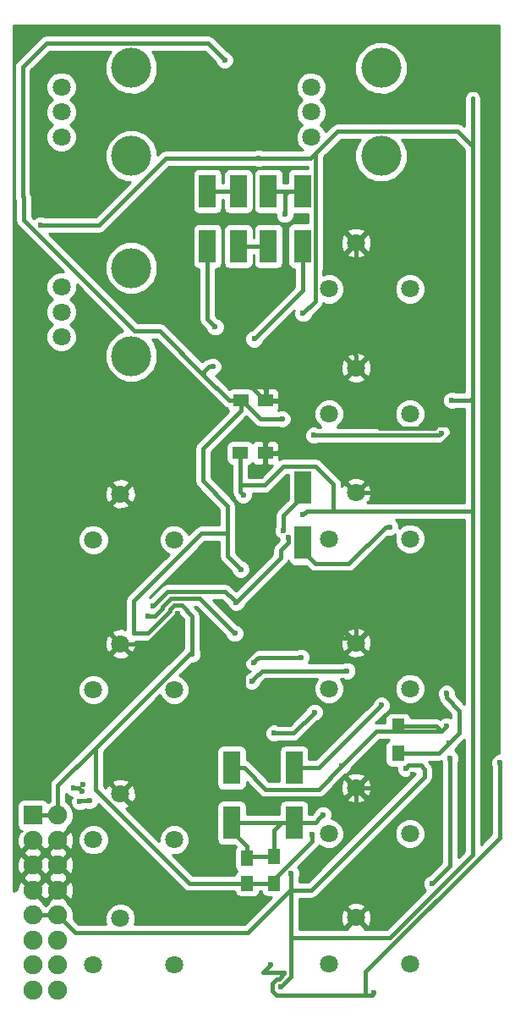
<source format=gbr>
%TF.GenerationSoftware,KiCad,Pcbnew,4.0.7*%
%TF.CreationDate,2018-02-11T20:46:00+01:00*%
%TF.ProjectId,vco,76636F2E6B696361645F706362000000,rev?*%
%TF.FileFunction,Copper,L1,Top,Signal*%
%FSLAX46Y46*%
G04 Gerber Fmt 4.6, Leading zero omitted, Abs format (unit mm)*
G04 Created by KiCad (PCBNEW 4.0.7) date 02/11/18 20:46:00*
%MOMM*%
%LPD*%
G01*
G04 APERTURE LIST*
%ADD10C,0.100000*%
%ADD11C,1.800000*%
%ADD12C,4.000000*%
%ADD13R,1.900000X1.900000*%
%ADD14C,1.900000*%
%ADD15R,1.250000X1.500000*%
%ADD16R,1.500000X1.250000*%
%ADD17R,1.700000X3.300000*%
%ADD18R,1.300000X1.500000*%
%ADD19C,0.600000*%
%ADD20C,0.400000*%
%ADD21C,0.254000*%
G04 APERTURE END LIST*
D10*
D11*
X155500000Y-36900000D03*
X155500000Y-39400000D03*
X155500000Y-41900000D03*
D12*
X162500000Y-35000000D03*
X162500000Y-43800000D03*
D11*
X180500000Y-36900000D03*
X180500000Y-39400000D03*
X180500000Y-41900000D03*
D12*
X187500000Y-35000000D03*
X187500000Y-43800000D03*
D11*
X155500000Y-56900000D03*
X155500000Y-59400000D03*
X155500000Y-61900000D03*
D12*
X162500000Y-55000000D03*
X162500000Y-63800000D03*
D11*
X182300000Y-69600000D03*
X190400000Y-69600000D03*
X185000000Y-65000000D03*
D13*
X152650000Y-109750000D03*
D14*
X152650000Y-112250000D03*
X152650000Y-114750000D03*
X152650000Y-117250000D03*
X152650000Y-119750000D03*
X152650000Y-122250000D03*
X152650000Y-124750000D03*
X152650000Y-127250000D03*
X155150000Y-109750000D03*
X155150000Y-112250000D03*
X155150000Y-114750000D03*
X155150000Y-117250000D03*
X155150000Y-119750000D03*
X155150000Y-122250000D03*
X155150000Y-124750000D03*
X155150000Y-127250000D03*
D11*
X182300000Y-57100000D03*
X190400000Y-57100000D03*
X185000000Y-52500000D03*
X182300000Y-82100000D03*
X190400000Y-82100000D03*
X185000000Y-77500000D03*
X182300000Y-97100000D03*
X190400000Y-97100000D03*
X185000000Y-92500000D03*
X182300000Y-111600000D03*
X190400000Y-111600000D03*
X185000000Y-107000000D03*
X182300000Y-124600000D03*
X190400000Y-124600000D03*
X185000000Y-120000000D03*
X158700000Y-124700000D03*
X166800000Y-124700000D03*
X161400000Y-120100000D03*
X158700000Y-112200000D03*
X166800000Y-112200000D03*
X161400000Y-107600000D03*
X158700000Y-97200000D03*
X166800000Y-97200000D03*
X161400000Y-92600000D03*
X158700000Y-82200000D03*
X166800000Y-82200000D03*
X161400000Y-77600000D03*
D15*
X174100000Y-114050000D03*
X174100000Y-116550000D03*
D16*
X173400000Y-73500000D03*
X175900000Y-73500000D03*
X173450000Y-68250000D03*
X175950000Y-68250000D03*
D17*
X179700000Y-82500000D03*
X179700000Y-77000000D03*
X178800000Y-110500000D03*
X178800000Y-105000000D03*
X172550000Y-110500000D03*
X172550000Y-105000000D03*
X179622800Y-52800000D03*
X179622800Y-47300000D03*
X176222800Y-47313274D03*
X176222800Y-52813274D03*
X173222800Y-52813274D03*
X173222800Y-47313274D03*
X170122800Y-47313274D03*
X170122800Y-52813274D03*
D18*
X189200000Y-100850000D03*
X189200000Y-103550000D03*
X176800000Y-116550000D03*
X176800000Y-113850000D03*
D19*
X157350000Y-108400000D03*
X158350000Y-108300000D03*
X157550000Y-107400000D03*
X156750000Y-107050000D03*
X157650000Y-106700000D03*
X174550010Y-96350000D03*
X184100000Y-95300000D03*
X194396433Y-104022181D03*
X192600000Y-116600000D03*
X167150000Y-89550000D03*
X170100000Y-92400000D03*
X176750000Y-87150000D03*
X185350000Y-88300000D03*
X179050000Y-92000000D03*
X195450000Y-103400000D03*
X195500000Y-110050000D03*
X179950000Y-116350000D03*
X190650000Y-105650000D03*
X174650000Y-97650000D03*
X170400000Y-97150000D03*
X168200000Y-57250000D03*
X159550000Y-60050000D03*
X192400000Y-73800000D03*
X186250000Y-69900000D03*
X180400000Y-64750000D03*
X177704990Y-81250000D03*
X189966192Y-105064827D03*
X177448334Y-126931311D03*
X164700000Y-88800000D03*
X173000000Y-88450000D03*
X178249998Y-82000000D03*
X179700000Y-79700000D03*
X194550000Y-68250000D03*
X179700000Y-59550000D03*
X153390698Y-50709312D03*
X175250000Y-44050000D03*
X178500000Y-115600000D03*
X173700000Y-77700000D03*
X174729033Y-94479033D03*
X180850000Y-99450000D03*
X176800000Y-101550000D03*
X179500000Y-93950000D03*
X172850000Y-91550000D03*
X164150000Y-89850000D03*
X188350000Y-80900000D03*
X181700000Y-109700010D03*
X193553261Y-71515354D03*
X199400000Y-104500000D03*
X186750000Y-127550000D03*
X176450000Y-124700000D03*
X180600000Y-111650000D03*
X173450000Y-85150000D03*
X180800000Y-71750000D03*
X170700000Y-64850000D03*
X171850000Y-34200000D03*
X168600000Y-93600000D03*
X177600000Y-70100000D03*
X174800000Y-62100000D03*
X170900000Y-60900000D03*
X187550000Y-98750000D03*
X177850000Y-49650000D03*
X194100000Y-100800000D03*
X183600000Y-104800000D03*
X194050000Y-97550000D03*
X194300000Y-102550000D03*
D20*
X158350000Y-108300000D02*
X157450000Y-108300000D01*
X157450000Y-108300000D02*
X157350000Y-108400000D01*
X156750000Y-107050000D02*
X157200000Y-107050000D01*
X157200000Y-107050000D02*
X157550000Y-107400000D01*
X157650000Y-106600000D02*
X157650000Y-106700000D01*
X175600010Y-95300000D02*
X174850009Y-96050001D01*
X184100000Y-95300000D02*
X175600010Y-95300000D01*
X174850009Y-96050001D02*
X174550010Y-96350000D01*
X194396433Y-104446445D02*
X194396433Y-104022181D01*
X194396433Y-114803567D02*
X194396433Y-104446445D01*
X192600000Y-116600000D02*
X194396433Y-114803567D01*
X161400000Y-92600000D02*
X164100000Y-92600000D01*
X164100000Y-92600000D02*
X167150000Y-89550000D01*
X170100000Y-92400000D02*
X170400000Y-92700000D01*
X170400000Y-92700000D02*
X170400000Y-97150000D01*
X173750000Y-94326680D02*
X173750000Y-98550000D01*
X176376680Y-91700000D02*
X173750000Y-94326680D01*
X173750000Y-98550000D02*
X172950000Y-99350000D01*
X178750000Y-91700000D02*
X176376680Y-91700000D01*
X176750000Y-89700000D02*
X178750000Y-91700000D01*
X174650000Y-97650000D02*
X173750000Y-98550000D01*
X178750000Y-91700000D02*
X179050000Y-92000000D01*
X176750000Y-87150000D02*
X176750000Y-89700000D01*
X179050000Y-92000000D02*
X184500000Y-92000000D01*
X184500000Y-92000000D02*
X185000000Y-92500000D01*
X185350000Y-88300000D02*
X185000000Y-88650000D01*
X185000000Y-88650000D02*
X185000000Y-92500000D01*
X195500000Y-110050000D02*
X195500000Y-103450000D01*
X195500000Y-103450000D02*
X195450000Y-103400000D01*
X185000000Y-107000000D02*
X185000000Y-111300000D01*
X185000000Y-111300000D02*
X179950000Y-116350000D01*
X185000000Y-107000000D02*
X189300000Y-107000000D01*
X189300000Y-107000000D02*
X190650000Y-105650000D01*
X170699999Y-98300001D02*
X169650000Y-99350000D01*
X172950000Y-99350000D02*
X169650000Y-99350000D01*
X169650000Y-99350000D02*
X162299999Y-106700001D01*
X170400000Y-97150000D02*
X170699999Y-97449999D01*
X170699999Y-97449999D02*
X170699999Y-98300001D01*
X162299999Y-106700001D02*
X161400000Y-107600000D01*
X175950000Y-68250000D02*
X175825000Y-68250000D01*
X175825000Y-68250000D02*
X168200000Y-60625000D01*
X168200000Y-60625000D02*
X168200000Y-57250000D01*
X192884611Y-71000000D02*
X193169259Y-70715352D01*
X187350000Y-71000000D02*
X192884611Y-71000000D01*
X185350000Y-69000000D02*
X187350000Y-71000000D01*
X193169259Y-70715352D02*
X194665352Y-70715352D01*
X194450000Y-71750000D02*
X190450000Y-75750000D01*
X194665352Y-70715352D02*
X195700000Y-71750000D01*
X192400000Y-73800000D02*
X190450000Y-75750000D01*
X190450000Y-75750000D02*
X188700000Y-77500000D01*
X195700000Y-71750000D02*
X194450000Y-71750000D01*
X185350000Y-69000000D02*
X186250000Y-69900000D01*
X181300000Y-64950000D02*
X185350000Y-69000000D01*
X185000000Y-61250000D02*
X183550000Y-62700000D01*
X183550000Y-62700000D02*
X181300000Y-64950000D01*
X185000000Y-65000000D02*
X185000000Y-63727208D01*
X185000000Y-63727208D02*
X183972792Y-62700000D01*
X183972792Y-62700000D02*
X183550000Y-62700000D01*
X181100000Y-64750000D02*
X181300000Y-64950000D01*
X185000000Y-52500000D02*
X185000000Y-61250000D01*
X159550000Y-60050000D02*
X159250001Y-60349999D01*
X159250001Y-60349999D02*
X159250001Y-75450001D01*
X160500001Y-76700001D02*
X161400000Y-77600000D01*
X159250001Y-75450001D02*
X160500001Y-76700001D01*
X188700000Y-77500000D02*
X185000000Y-77500000D01*
X180400000Y-64750000D02*
X181100000Y-64750000D01*
X180400000Y-64750000D02*
X180400000Y-65174264D01*
X180400000Y-65174264D02*
X177324264Y-68250000D01*
X177324264Y-68250000D02*
X177100000Y-68250000D01*
X177100000Y-68250000D02*
X175950000Y-68250000D01*
X179500000Y-71500000D02*
X179500000Y-70650000D01*
X179500000Y-70650000D02*
X177100000Y-68250000D01*
X176875000Y-71500000D02*
X179500000Y-71500000D01*
X175900000Y-73500000D02*
X175900000Y-72475000D01*
X175900000Y-72475000D02*
X176875000Y-71500000D01*
X177704990Y-79795010D02*
X177704990Y-80825736D01*
X179700000Y-77800000D02*
X177704990Y-79795010D01*
X177704990Y-80825736D02*
X177704990Y-81250000D01*
X179700000Y-77000000D02*
X179700000Y-77800000D01*
X172700001Y-88150001D02*
X173000000Y-88450000D01*
X171899976Y-87349976D02*
X172700001Y-88150001D01*
X166150024Y-87349976D02*
X171899976Y-87349976D01*
X164700000Y-88800000D02*
X166150024Y-87349976D01*
X191498832Y-104764828D02*
X190266191Y-104764828D01*
X180484004Y-117250000D02*
X191850002Y-105884002D01*
X191850002Y-105115998D02*
X191498832Y-104764828D01*
X190266191Y-104764828D02*
X189966192Y-105064827D01*
X178500000Y-117250000D02*
X180484004Y-117250000D01*
X191850002Y-105884002D02*
X191850002Y-105115998D01*
X188384003Y-122000000D02*
X178500000Y-122000000D01*
X196700000Y-79350000D02*
X196700000Y-113684003D01*
X196700000Y-113684003D02*
X188384003Y-122000000D01*
X178500000Y-125879645D02*
X177748333Y-126631312D01*
X178500000Y-122000000D02*
X178500000Y-125879645D01*
X177748333Y-126631312D02*
X177448334Y-126931311D01*
X177450000Y-83224262D02*
X177450000Y-84000000D01*
X177450000Y-84000000D02*
X173000000Y-88450000D01*
X178249998Y-82000000D02*
X178249998Y-82424264D01*
X178249998Y-82424264D02*
X177450000Y-83224262D01*
X180050000Y-79350000D02*
X182750000Y-79350000D01*
X182750000Y-79350000D02*
X196700000Y-79350000D01*
X175850000Y-76750000D02*
X177750001Y-74849999D01*
X177750001Y-74849999D02*
X180950001Y-74849999D01*
X180950001Y-74849999D02*
X182750000Y-76649998D01*
X182750000Y-76649998D02*
X182750000Y-79350000D01*
X173400000Y-76750000D02*
X173400000Y-77400000D01*
X173400000Y-73500000D02*
X173400000Y-76750000D01*
X173400000Y-76750000D02*
X175850000Y-76750000D01*
X196700000Y-68000000D02*
X196700000Y-79350000D01*
X179700000Y-79700000D02*
X180050000Y-79350000D01*
X196700000Y-42850000D02*
X196700000Y-68000000D01*
X196450000Y-68250000D02*
X196700000Y-68000000D01*
X194550000Y-68250000D02*
X196450000Y-68250000D01*
X183172003Y-41299999D02*
X180972002Y-43500000D01*
X179700000Y-59550000D02*
X180899999Y-58350001D01*
X180972002Y-43500000D02*
X180422002Y-44050000D01*
X180899999Y-58350001D02*
X180899999Y-54922803D01*
X180899999Y-54922803D02*
X180972801Y-54850001D01*
X180972801Y-54850001D02*
X180972801Y-43500799D01*
X180972801Y-43500799D02*
X180972002Y-43500000D01*
X165950002Y-44050000D02*
X159290690Y-50709312D01*
X153814962Y-50709312D02*
X153390698Y-50709312D01*
X159290690Y-50709312D02*
X153814962Y-50709312D01*
X176400000Y-44050000D02*
X165950002Y-44050000D01*
X176400000Y-44050000D02*
X175250000Y-44050000D01*
X180422002Y-44050000D02*
X176400000Y-44050000D01*
X196700000Y-38050000D02*
X196700000Y-42850000D01*
X196700000Y-42850000D02*
X195149999Y-41299999D01*
X195149999Y-41299999D02*
X183172003Y-41299999D01*
X178500000Y-117250000D02*
X178500000Y-122000000D01*
X178500000Y-116400000D02*
X178500000Y-117250000D01*
X178500000Y-115600000D02*
X178500000Y-116400000D01*
X178500000Y-116400000D02*
X178500000Y-117150002D01*
X178500000Y-117150002D02*
X174150001Y-121500001D01*
X174150001Y-121500001D02*
X156900001Y-121500001D01*
X156900001Y-121500001D02*
X156099999Y-120699999D01*
X156099999Y-120699999D02*
X155150000Y-119750000D01*
X155150000Y-119750000D02*
X152650000Y-119750000D01*
X173400000Y-77400000D02*
X173700000Y-77700000D01*
X179500000Y-93950000D02*
X175258066Y-93950000D01*
X175258066Y-93950000D02*
X175029032Y-94179034D01*
X175029032Y-94179034D02*
X174729033Y-94479033D01*
X176800000Y-101550000D02*
X178750000Y-101550000D01*
X178750000Y-101550000D02*
X180850000Y-99450000D01*
X164150000Y-89850000D02*
X164870072Y-89850000D01*
X172550001Y-91250001D02*
X172850000Y-91550000D01*
X165649987Y-89070085D02*
X165649987Y-88876044D01*
X164870072Y-89850000D02*
X165649987Y-89070085D01*
X169349987Y-88049987D02*
X172550001Y-91250001D01*
X166476044Y-88049987D02*
X169349987Y-88049987D01*
X165649987Y-88876044D02*
X166476044Y-88049987D01*
X188350000Y-80900000D02*
X187925736Y-80900000D01*
X187925736Y-80900000D02*
X184275736Y-84550000D01*
X184275736Y-84550000D02*
X180950000Y-84550000D01*
X180950000Y-84550000D02*
X179700000Y-83300000D01*
X179700000Y-83300000D02*
X179700000Y-82500000D01*
X181400001Y-110000009D02*
X181700000Y-109700010D01*
X178800000Y-110500000D02*
X180900010Y-110500000D01*
X180900010Y-110500000D02*
X181400001Y-110000009D01*
X176800000Y-113850000D02*
X176800000Y-111250000D01*
X176800000Y-111250000D02*
X177550000Y-110500000D01*
X177550000Y-110500000D02*
X178800000Y-110500000D01*
X172550000Y-110500000D02*
X172550000Y-111300000D01*
X172550000Y-111300000D02*
X174100000Y-112850000D01*
X174100000Y-112850000D02*
X174100000Y-112900000D01*
X174100000Y-112900000D02*
X174100000Y-114050000D01*
X176800000Y-113850000D02*
X174300000Y-113850000D01*
X174300000Y-113850000D02*
X174100000Y-114050000D01*
X177550000Y-110500000D02*
X172550000Y-110500000D01*
X166765998Y-88749998D02*
X166349998Y-89165998D01*
X162750000Y-91500000D02*
X162750000Y-88322002D01*
X168600000Y-93600000D02*
X168600000Y-89815996D01*
X169522002Y-81550000D02*
X172149999Y-81550000D01*
X162750000Y-88322002D02*
X169522002Y-81550000D01*
X164210036Y-91500000D02*
X162750000Y-91500000D01*
X166349998Y-89165998D02*
X166349998Y-89360038D01*
X168600000Y-89815996D02*
X167534002Y-88749998D01*
X167534002Y-88749998D02*
X166765998Y-88749998D01*
X166349998Y-89360038D02*
X164210036Y-91500000D01*
X180800000Y-71750000D02*
X193318615Y-71750000D01*
X193318615Y-71750000D02*
X193553261Y-71515354D01*
X185950000Y-127731312D02*
X185950000Y-125423967D01*
X185950000Y-127731312D02*
X186568688Y-127731312D01*
X177064333Y-127731312D02*
X185950000Y-127731312D01*
X185950000Y-125423967D02*
X199400000Y-111973967D01*
X199400000Y-111973967D02*
X199400000Y-104500000D01*
X176648333Y-126547310D02*
X176648333Y-127315312D01*
X176648333Y-127315312D02*
X177064333Y-127731312D01*
X177799990Y-125450000D02*
X177799990Y-125589693D01*
X175700000Y-125450000D02*
X177799990Y-125450000D01*
X177799990Y-125589693D02*
X177258373Y-126131310D01*
X177258373Y-126131310D02*
X177064333Y-126131310D01*
X177064333Y-126131310D02*
X176648333Y-126547310D01*
X186568688Y-127731312D02*
X186750000Y-127550000D01*
X176450000Y-124700000D02*
X175700000Y-125450000D01*
X176800000Y-116550000D02*
X176800000Y-116150002D01*
X176800000Y-116150002D02*
X180600000Y-112350002D01*
X180600000Y-112350002D02*
X180600000Y-111650000D01*
X158900000Y-103027998D02*
X168327998Y-93600000D01*
X168277998Y-116550000D02*
X173075000Y-116550000D01*
X155150000Y-106777998D02*
X158900000Y-103027998D01*
X158900000Y-103027998D02*
X158900000Y-107172002D01*
X158900000Y-107172002D02*
X168277998Y-116550000D01*
X173075000Y-116550000D02*
X174100000Y-116550000D01*
X172149999Y-83849999D02*
X172149999Y-81550000D01*
X172149999Y-81550000D02*
X172149999Y-78799999D01*
X169650000Y-76300000D02*
X169650000Y-73075000D01*
X169650000Y-73075000D02*
X173450000Y-69275000D01*
X173450000Y-69275000D02*
X173450000Y-68250000D01*
X172149999Y-78799999D02*
X169650000Y-76300000D01*
X173450000Y-85150000D02*
X172149999Y-83849999D01*
X165349999Y-61299999D02*
X169800000Y-65750000D01*
X169800000Y-65750000D02*
X172300000Y-68250000D01*
X170700000Y-64850000D02*
X170275736Y-64850000D01*
X170275736Y-64850000D02*
X169800000Y-65325736D01*
X169800000Y-65325736D02*
X169800000Y-65750000D01*
X151750000Y-50200000D02*
X162849999Y-61299999D01*
X162849999Y-61299999D02*
X165349999Y-61299999D01*
X172300000Y-68250000D02*
X173450000Y-68250000D01*
X151750000Y-47950002D02*
X151750000Y-50200000D01*
X151600000Y-34900000D02*
X151600000Y-47800002D01*
X151600000Y-47800002D02*
X151750000Y-47950002D01*
X154000001Y-32499999D02*
X151600000Y-34900000D01*
X171850000Y-34200000D02*
X170149999Y-32499999D01*
X170149999Y-32499999D02*
X154000001Y-32499999D01*
X155150000Y-109750000D02*
X155150000Y-106777998D01*
X168327998Y-93600000D02*
X168600000Y-93600000D01*
X155150000Y-109750000D02*
X152650000Y-109750000D01*
X176800000Y-116550000D02*
X174100000Y-116550000D01*
X173450000Y-68250000D02*
X173575000Y-68250000D01*
X173575000Y-68250000D02*
X175425000Y-70100000D01*
X175425000Y-70100000D02*
X177600000Y-70100000D01*
X179622800Y-52913274D02*
X179622800Y-57277200D01*
X179622800Y-57277200D02*
X174800000Y-62100000D01*
X170122800Y-60122800D02*
X170900000Y-60900000D01*
X170122800Y-52813274D02*
X170122800Y-60122800D01*
X178800000Y-105000000D02*
X181300000Y-105000000D01*
X181300000Y-105000000D02*
X187550000Y-98750000D01*
X176222800Y-47313274D02*
X178200000Y-47313274D01*
X178200000Y-47313274D02*
X179522800Y-47313274D01*
X177850000Y-49650000D02*
X177850000Y-47663274D01*
X177850000Y-47663274D02*
X178200000Y-47313274D01*
X179522800Y-47313274D02*
X179622800Y-47413274D01*
X183899999Y-104500001D02*
X183600000Y-104800000D01*
X193550000Y-101350000D02*
X187050000Y-101350000D01*
X187050000Y-101350000D02*
X183899999Y-104500001D01*
X194100000Y-100800000D02*
X193550000Y-101350000D01*
X193550000Y-101350000D02*
X193050000Y-100850000D01*
X193050000Y-100850000D02*
X189200000Y-100850000D01*
X183600000Y-104800000D02*
X181249999Y-107150001D01*
X173800000Y-105000000D02*
X172550000Y-105000000D01*
X181249999Y-107150001D02*
X175950001Y-107150001D01*
X175950001Y-107150001D02*
X173800000Y-105000000D01*
X173222800Y-52813274D02*
X176222800Y-52813274D01*
X170122800Y-47313274D02*
X173222800Y-47313274D01*
X195350000Y-99274264D02*
X195350000Y-101500000D01*
X195350000Y-101500000D02*
X194300000Y-102550000D01*
X194050000Y-97550000D02*
X194050000Y-97974264D01*
X194050000Y-97974264D02*
X195350000Y-99274264D01*
X193300000Y-103550000D02*
X194300000Y-102550000D01*
X189200000Y-103550000D02*
X193300000Y-103550000D01*
D21*
G36*
X193561433Y-104449759D02*
X193561433Y-114457699D01*
X192311667Y-115707465D01*
X192071057Y-115806883D01*
X191807808Y-116069673D01*
X191665162Y-116413201D01*
X191664838Y-116785167D01*
X191806883Y-117128943D01*
X191940421Y-117262714D01*
X188038135Y-121165000D01*
X185871972Y-121165000D01*
X185900554Y-121080159D01*
X185000000Y-120179605D01*
X184099446Y-121080159D01*
X184128028Y-121165000D01*
X179335000Y-121165000D01*
X179335000Y-119759336D01*
X183453542Y-119759336D01*
X183479161Y-120369460D01*
X183663357Y-120814148D01*
X183919841Y-120900554D01*
X184820395Y-120000000D01*
X185179605Y-120000000D01*
X186080159Y-120900554D01*
X186336643Y-120814148D01*
X186546458Y-120240664D01*
X186520839Y-119630540D01*
X186336643Y-119185852D01*
X186080159Y-119099446D01*
X185179605Y-120000000D01*
X184820395Y-120000000D01*
X183919841Y-119099446D01*
X183663357Y-119185852D01*
X183453542Y-119759336D01*
X179335000Y-119759336D01*
X179335000Y-118919841D01*
X184099446Y-118919841D01*
X185000000Y-119820395D01*
X185900554Y-118919841D01*
X185814148Y-118663357D01*
X185240664Y-118453542D01*
X184630540Y-118479161D01*
X184185852Y-118663357D01*
X184099446Y-118919841D01*
X179335000Y-118919841D01*
X179335000Y-118085000D01*
X180484004Y-118085000D01*
X180803545Y-118021439D01*
X181074438Y-117840434D01*
X187010881Y-111903991D01*
X188864735Y-111903991D01*
X189097932Y-112468371D01*
X189529357Y-112900551D01*
X190093330Y-113134733D01*
X190703991Y-113135265D01*
X191268371Y-112902068D01*
X191700551Y-112470643D01*
X191934733Y-111906670D01*
X191935265Y-111296009D01*
X191702068Y-110731629D01*
X191270643Y-110299449D01*
X190706670Y-110065267D01*
X190096009Y-110064735D01*
X189531629Y-110297932D01*
X189099449Y-110729357D01*
X188865267Y-111293330D01*
X188864735Y-111903991D01*
X187010881Y-111903991D01*
X192440437Y-106474436D01*
X192621442Y-106203542D01*
X192685002Y-105884002D01*
X192685002Y-105115998D01*
X192621441Y-104796457D01*
X192440436Y-104525564D01*
X192299872Y-104385000D01*
X193300000Y-104385000D01*
X193516852Y-104341865D01*
X193561433Y-104449759D01*
X193561433Y-104449759D01*
G37*
X193561433Y-104449759D02*
X193561433Y-114457699D01*
X192311667Y-115707465D01*
X192071057Y-115806883D01*
X191807808Y-116069673D01*
X191665162Y-116413201D01*
X191664838Y-116785167D01*
X191806883Y-117128943D01*
X191940421Y-117262714D01*
X188038135Y-121165000D01*
X185871972Y-121165000D01*
X185900554Y-121080159D01*
X185000000Y-120179605D01*
X184099446Y-121080159D01*
X184128028Y-121165000D01*
X179335000Y-121165000D01*
X179335000Y-119759336D01*
X183453542Y-119759336D01*
X183479161Y-120369460D01*
X183663357Y-120814148D01*
X183919841Y-120900554D01*
X184820395Y-120000000D01*
X185179605Y-120000000D01*
X186080159Y-120900554D01*
X186336643Y-120814148D01*
X186546458Y-120240664D01*
X186520839Y-119630540D01*
X186336643Y-119185852D01*
X186080159Y-119099446D01*
X185179605Y-120000000D01*
X184820395Y-120000000D01*
X183919841Y-119099446D01*
X183663357Y-119185852D01*
X183453542Y-119759336D01*
X179335000Y-119759336D01*
X179335000Y-118919841D01*
X184099446Y-118919841D01*
X185000000Y-119820395D01*
X185900554Y-118919841D01*
X185814148Y-118663357D01*
X185240664Y-118453542D01*
X184630540Y-118479161D01*
X184185852Y-118663357D01*
X184099446Y-118919841D01*
X179335000Y-118919841D01*
X179335000Y-118085000D01*
X180484004Y-118085000D01*
X180803545Y-118021439D01*
X181074438Y-117840434D01*
X187010881Y-111903991D01*
X188864735Y-111903991D01*
X189097932Y-112468371D01*
X189529357Y-112900551D01*
X190093330Y-113134733D01*
X190703991Y-113135265D01*
X191268371Y-112902068D01*
X191700551Y-112470643D01*
X191934733Y-111906670D01*
X191935265Y-111296009D01*
X191702068Y-110731629D01*
X191270643Y-110299449D01*
X190706670Y-110065267D01*
X190096009Y-110064735D01*
X189531629Y-110297932D01*
X189099449Y-110729357D01*
X188865267Y-111293330D01*
X188864735Y-111903991D01*
X187010881Y-111903991D01*
X192440437Y-106474436D01*
X192621442Y-106203542D01*
X192685002Y-105884002D01*
X192685002Y-105115998D01*
X192621441Y-104796457D01*
X192440436Y-104525564D01*
X192299872Y-104385000D01*
X193300000Y-104385000D01*
X193516852Y-104341865D01*
X193561433Y-104449759D01*
G36*
X199290000Y-103564903D02*
X199214833Y-103564838D01*
X198871057Y-103706883D01*
X198607808Y-103969673D01*
X198465162Y-104313201D01*
X198464838Y-104685167D01*
X198565000Y-104927578D01*
X198565000Y-111628099D01*
X197535000Y-112658099D01*
X197535000Y-38050000D01*
X197471439Y-37730459D01*
X197290434Y-37459566D01*
X197019541Y-37278561D01*
X196700000Y-37215000D01*
X196380459Y-37278561D01*
X196109566Y-37459566D01*
X195928561Y-37730459D01*
X195865000Y-38050000D01*
X195865000Y-40834132D01*
X195740433Y-40709565D01*
X195726943Y-40700551D01*
X195469540Y-40528560D01*
X195149999Y-40464999D01*
X183172003Y-40464999D01*
X182852462Y-40528560D01*
X182595059Y-40700551D01*
X182581569Y-40709565D01*
X181935814Y-41355320D01*
X181802068Y-41031629D01*
X181420818Y-40649712D01*
X181800551Y-40270643D01*
X182034733Y-39706670D01*
X182035265Y-39096009D01*
X181802068Y-38531629D01*
X181420818Y-38149712D01*
X181800551Y-37770643D01*
X182034733Y-37206670D01*
X182035265Y-36596009D01*
X181802068Y-36031629D01*
X181370643Y-35599449D01*
X181183726Y-35521834D01*
X184864543Y-35521834D01*
X185264853Y-36490658D01*
X186005443Y-37232542D01*
X186973567Y-37634542D01*
X188021834Y-37635457D01*
X188990658Y-37235147D01*
X189732542Y-36494557D01*
X190134542Y-35526433D01*
X190135457Y-34478166D01*
X189735147Y-33509342D01*
X188994557Y-32767458D01*
X188026433Y-32365458D01*
X186978166Y-32364543D01*
X186009342Y-32764853D01*
X185267458Y-33505443D01*
X184865458Y-34473567D01*
X184864543Y-35521834D01*
X181183726Y-35521834D01*
X180806670Y-35365267D01*
X180196009Y-35364735D01*
X179631629Y-35597932D01*
X179199449Y-36029357D01*
X178965267Y-36593330D01*
X178964735Y-37203991D01*
X179197932Y-37768371D01*
X179579182Y-38150288D01*
X179199449Y-38529357D01*
X178965267Y-39093330D01*
X178964735Y-39703991D01*
X179197932Y-40268371D01*
X179579182Y-40650288D01*
X179199449Y-41029357D01*
X178965267Y-41593330D01*
X178964735Y-42203991D01*
X179197932Y-42768371D01*
X179629357Y-43200551D01*
X179664154Y-43215000D01*
X175677234Y-43215000D01*
X175436799Y-43115162D01*
X175064833Y-43114838D01*
X174822422Y-43215000D01*
X165950002Y-43215000D01*
X165630461Y-43278561D01*
X165396733Y-43434733D01*
X165359568Y-43459566D01*
X165135103Y-43684031D01*
X165135457Y-43278166D01*
X164735147Y-42309342D01*
X163994557Y-41567458D01*
X163026433Y-41165458D01*
X161978166Y-41164543D01*
X161009342Y-41564853D01*
X160267458Y-42305443D01*
X159865458Y-43273567D01*
X159864543Y-44321834D01*
X160264853Y-45290658D01*
X161005443Y-46032542D01*
X161973567Y-46434542D01*
X162384234Y-46434900D01*
X158944822Y-49874312D01*
X153817932Y-49874312D01*
X153577497Y-49774474D01*
X153205531Y-49774150D01*
X152861755Y-49916195D01*
X152754315Y-50023447D01*
X152585000Y-49854132D01*
X152585000Y-47950002D01*
X152521439Y-47630461D01*
X152435000Y-47501096D01*
X152435000Y-37203991D01*
X153964735Y-37203991D01*
X154197932Y-37768371D01*
X154579182Y-38150288D01*
X154199449Y-38529357D01*
X153965267Y-39093330D01*
X153964735Y-39703991D01*
X154197932Y-40268371D01*
X154579182Y-40650288D01*
X154199449Y-41029357D01*
X153965267Y-41593330D01*
X153964735Y-42203991D01*
X154197932Y-42768371D01*
X154629357Y-43200551D01*
X155193330Y-43434733D01*
X155803991Y-43435265D01*
X156368371Y-43202068D01*
X156800551Y-42770643D01*
X157034733Y-42206670D01*
X157035265Y-41596009D01*
X156802068Y-41031629D01*
X156420818Y-40649712D01*
X156800551Y-40270643D01*
X157034733Y-39706670D01*
X157035265Y-39096009D01*
X156802068Y-38531629D01*
X156420818Y-38149712D01*
X156800551Y-37770643D01*
X157034733Y-37206670D01*
X157035265Y-36596009D01*
X156802068Y-36031629D01*
X156370643Y-35599449D01*
X155806670Y-35365267D01*
X155196009Y-35364735D01*
X154631629Y-35597932D01*
X154199449Y-36029357D01*
X153965267Y-36593330D01*
X153964735Y-37203991D01*
X152435000Y-37203991D01*
X152435000Y-35245868D01*
X154345869Y-33334999D01*
X160438200Y-33334999D01*
X160267458Y-33505443D01*
X159865458Y-34473567D01*
X159864543Y-35521834D01*
X160264853Y-36490658D01*
X161005443Y-37232542D01*
X161973567Y-37634542D01*
X163021834Y-37635457D01*
X163990658Y-37235147D01*
X164732542Y-36494557D01*
X165134542Y-35526433D01*
X165135457Y-34478166D01*
X164735147Y-33509342D01*
X164561108Y-33334999D01*
X169804131Y-33334999D01*
X170957465Y-34488333D01*
X171056883Y-34728943D01*
X171319673Y-34992192D01*
X171663201Y-35134838D01*
X172035167Y-35135162D01*
X172378943Y-34993117D01*
X172642192Y-34730327D01*
X172784838Y-34386799D01*
X172785162Y-34014833D01*
X172643117Y-33671057D01*
X172380327Y-33407808D01*
X172138090Y-33307222D01*
X170740433Y-31909565D01*
X170469540Y-31728560D01*
X170149999Y-31664999D01*
X154000001Y-31664999D01*
X153680460Y-31728560D01*
X153409567Y-31909565D01*
X151009566Y-34309566D01*
X150828561Y-34580459D01*
X150765000Y-34900000D01*
X150765000Y-47800002D01*
X150828561Y-48119543D01*
X150915000Y-48248908D01*
X150915000Y-50200000D01*
X150978561Y-50519541D01*
X151159566Y-50790434D01*
X155734336Y-55365204D01*
X155196009Y-55364735D01*
X154631629Y-55597932D01*
X154199449Y-56029357D01*
X153965267Y-56593330D01*
X153964735Y-57203991D01*
X154197932Y-57768371D01*
X154579182Y-58150288D01*
X154199449Y-58529357D01*
X153965267Y-59093330D01*
X153964735Y-59703991D01*
X154197932Y-60268371D01*
X154579182Y-60650288D01*
X154199449Y-61029357D01*
X153965267Y-61593330D01*
X153964735Y-62203991D01*
X154197932Y-62768371D01*
X154629357Y-63200551D01*
X155193330Y-63434733D01*
X155803991Y-63435265D01*
X156368371Y-63202068D01*
X156800551Y-62770643D01*
X157034733Y-62206670D01*
X157035265Y-61596009D01*
X156802068Y-61031629D01*
X156420818Y-60649712D01*
X156800551Y-60270643D01*
X157034733Y-59706670D01*
X157035265Y-59096009D01*
X156802068Y-58531629D01*
X156420818Y-58149712D01*
X156800551Y-57770643D01*
X157034733Y-57206670D01*
X157035204Y-56666072D01*
X161663636Y-61294504D01*
X161009342Y-61564853D01*
X160267458Y-62305443D01*
X159865458Y-63273567D01*
X159864543Y-64321834D01*
X160264853Y-65290658D01*
X161005443Y-66032542D01*
X161973567Y-66434542D01*
X163021834Y-66435457D01*
X163990658Y-66035147D01*
X164732542Y-65294557D01*
X165134542Y-64326433D01*
X165135457Y-63278166D01*
X164735147Y-62309342D01*
X164561108Y-62134999D01*
X165004131Y-62134999D01*
X171709566Y-68840434D01*
X171980459Y-69021439D01*
X172083989Y-69042033D01*
X172096838Y-69110317D01*
X172228777Y-69315355D01*
X169059566Y-72484566D01*
X168878561Y-72755459D01*
X168815000Y-73075000D01*
X168815000Y-76300000D01*
X168878561Y-76619541D01*
X168975862Y-76765162D01*
X169059566Y-76890434D01*
X171314999Y-79145868D01*
X171314999Y-80715000D01*
X169522002Y-80715000D01*
X169202461Y-80778561D01*
X169020715Y-80900000D01*
X168931568Y-80959566D01*
X168235814Y-81655320D01*
X168102068Y-81331629D01*
X167670643Y-80899449D01*
X167106670Y-80665267D01*
X166496009Y-80664735D01*
X165931629Y-80897932D01*
X165499449Y-81329357D01*
X165265267Y-81893330D01*
X165264735Y-82503991D01*
X165497932Y-83068371D01*
X165929357Y-83500551D01*
X166255257Y-83635877D01*
X162159566Y-87731568D01*
X161978561Y-88002461D01*
X161915000Y-88322002D01*
X161915000Y-91153911D01*
X161640664Y-91053542D01*
X161030540Y-91079161D01*
X160585852Y-91263357D01*
X160499446Y-91519841D01*
X161400000Y-92420395D01*
X161414143Y-92406253D01*
X161593748Y-92585858D01*
X161579605Y-92600000D01*
X162480159Y-93500554D01*
X162736643Y-93414148D01*
X162946458Y-92840664D01*
X162925225Y-92335000D01*
X164210036Y-92335000D01*
X164529577Y-92271439D01*
X164800470Y-92090434D01*
X166940432Y-89950472D01*
X167007565Y-89850000D01*
X167121437Y-89679579D01*
X167140250Y-89584998D01*
X167188134Y-89584998D01*
X167765000Y-90161864D01*
X167765000Y-92991234D01*
X167737564Y-93009566D01*
X154559566Y-106187564D01*
X154378561Y-106458457D01*
X154315000Y-106777998D01*
X154315000Y-108380043D01*
X154253343Y-108405519D01*
X154160428Y-108498272D01*
X154064090Y-108348559D01*
X153851890Y-108203569D01*
X153600000Y-108152560D01*
X151700000Y-108152560D01*
X151464683Y-108196838D01*
X151248559Y-108335910D01*
X151103569Y-108548110D01*
X151052560Y-108800000D01*
X151052560Y-110700000D01*
X151096838Y-110935317D01*
X151235910Y-111151441D01*
X151448110Y-111296431D01*
X151532754Y-111313572D01*
X151271981Y-111405792D01*
X151053812Y-111997398D01*
X151078648Y-112627461D01*
X151271981Y-113094208D01*
X151533650Y-113186745D01*
X152470395Y-112250000D01*
X152456253Y-112235858D01*
X152635858Y-112056253D01*
X152650000Y-112070395D01*
X152664143Y-112056253D01*
X152843748Y-112235858D01*
X152829605Y-112250000D01*
X153766350Y-113186745D01*
X153900000Y-113139481D01*
X154033650Y-113186745D01*
X154970395Y-112250000D01*
X155329605Y-112250000D01*
X156266350Y-113186745D01*
X156528019Y-113094208D01*
X156745675Y-112503991D01*
X157164735Y-112503991D01*
X157397932Y-113068371D01*
X157829357Y-113500551D01*
X158393330Y-113734733D01*
X159003991Y-113735265D01*
X159568371Y-113502068D01*
X160000551Y-113070643D01*
X160234733Y-112506670D01*
X160235265Y-111896009D01*
X160002068Y-111331629D01*
X159570643Y-110899449D01*
X159006670Y-110665267D01*
X158396009Y-110664735D01*
X157831629Y-110897932D01*
X157399449Y-111329357D01*
X157165267Y-111893330D01*
X157164735Y-112503991D01*
X156745675Y-112503991D01*
X156746188Y-112502602D01*
X156721352Y-111872539D01*
X156528019Y-111405792D01*
X156266350Y-111313255D01*
X155329605Y-112250000D01*
X154970395Y-112250000D01*
X154956253Y-112235858D01*
X155135858Y-112056253D01*
X155150000Y-112070395D01*
X156086745Y-111133650D01*
X156066048Y-111075124D01*
X156492914Y-110649003D01*
X156734724Y-110066659D01*
X156735275Y-109436107D01*
X156494481Y-108853343D01*
X156049003Y-108407086D01*
X155985000Y-108380510D01*
X155985000Y-107607109D01*
X156219673Y-107842192D01*
X156517813Y-107965991D01*
X156415162Y-108213201D01*
X156414838Y-108585167D01*
X156556883Y-108928943D01*
X156819673Y-109192192D01*
X157163201Y-109334838D01*
X157535167Y-109335162D01*
X157878943Y-109193117D01*
X157932932Y-109139222D01*
X158163201Y-109234838D01*
X158535167Y-109235162D01*
X158878943Y-109093117D01*
X159142192Y-108830327D01*
X159211220Y-108664090D01*
X167687564Y-117140434D01*
X167958457Y-117321439D01*
X168277998Y-117385000D01*
X172843554Y-117385000D01*
X172871838Y-117535317D01*
X173010910Y-117751441D01*
X173223110Y-117896431D01*
X173475000Y-117947440D01*
X174725000Y-117947440D01*
X174960317Y-117903162D01*
X175176441Y-117764090D01*
X175321431Y-117551890D01*
X175355227Y-117385000D01*
X175518554Y-117385000D01*
X175546838Y-117535317D01*
X175685910Y-117751441D01*
X175898110Y-117896431D01*
X176150000Y-117947440D01*
X176521694Y-117947440D01*
X173804133Y-120665001D01*
X162827465Y-120665001D01*
X162934733Y-120406670D01*
X162935265Y-119796009D01*
X162702068Y-119231629D01*
X162270643Y-118799449D01*
X161706670Y-118565267D01*
X161096009Y-118564735D01*
X160531629Y-118797932D01*
X160099449Y-119229357D01*
X159865267Y-119793330D01*
X159864735Y-120403991D01*
X159972582Y-120665001D01*
X157245869Y-120665001D01*
X156709140Y-120128272D01*
X156734724Y-120066659D01*
X156735275Y-119436107D01*
X156494481Y-118853343D01*
X156066235Y-118424348D01*
X156086745Y-118366350D01*
X155150000Y-117429605D01*
X154213255Y-118366350D01*
X154233952Y-118424876D01*
X153899774Y-118758471D01*
X153566235Y-118424348D01*
X153586745Y-118366350D01*
X152650000Y-117429605D01*
X152635858Y-117443748D01*
X152456253Y-117264143D01*
X152470395Y-117250000D01*
X152829605Y-117250000D01*
X153766350Y-118186745D01*
X153900000Y-118139481D01*
X154033650Y-118186745D01*
X154970395Y-117250000D01*
X155329605Y-117250000D01*
X156266350Y-118186745D01*
X156528019Y-118094208D01*
X156746188Y-117502602D01*
X156721352Y-116872539D01*
X156528019Y-116405792D01*
X156266350Y-116313255D01*
X155329605Y-117250000D01*
X154970395Y-117250000D01*
X154033650Y-116313255D01*
X153900000Y-116360519D01*
X153766350Y-116313255D01*
X152829605Y-117250000D01*
X152470395Y-117250000D01*
X151533650Y-116313255D01*
X151271981Y-116405792D01*
X151053812Y-116997398D01*
X151062381Y-117214783D01*
X151055519Y-117214777D01*
X150710000Y-117357543D01*
X150710000Y-115866350D01*
X151713255Y-115866350D01*
X151760519Y-116000000D01*
X151713255Y-116133650D01*
X152650000Y-117070395D01*
X153586745Y-116133650D01*
X153539481Y-116000000D01*
X153586745Y-115866350D01*
X154213255Y-115866350D01*
X154260519Y-116000000D01*
X154213255Y-116133650D01*
X155150000Y-117070395D01*
X156086745Y-116133650D01*
X156039481Y-116000000D01*
X156086745Y-115866350D01*
X155150000Y-114929605D01*
X154213255Y-115866350D01*
X153586745Y-115866350D01*
X152650000Y-114929605D01*
X151713255Y-115866350D01*
X150710000Y-115866350D01*
X150710000Y-114497398D01*
X151053812Y-114497398D01*
X151078648Y-115127461D01*
X151271981Y-115594208D01*
X151533650Y-115686745D01*
X152470395Y-114750000D01*
X152829605Y-114750000D01*
X153766350Y-115686745D01*
X153900000Y-115639481D01*
X154033650Y-115686745D01*
X154970395Y-114750000D01*
X155329605Y-114750000D01*
X156266350Y-115686745D01*
X156528019Y-115594208D01*
X156746188Y-115002602D01*
X156721352Y-114372539D01*
X156528019Y-113905792D01*
X156266350Y-113813255D01*
X155329605Y-114750000D01*
X154970395Y-114750000D01*
X154033650Y-113813255D01*
X153900000Y-113860519D01*
X153766350Y-113813255D01*
X152829605Y-114750000D01*
X152470395Y-114750000D01*
X151533650Y-113813255D01*
X151271981Y-113905792D01*
X151053812Y-114497398D01*
X150710000Y-114497398D01*
X150710000Y-113366350D01*
X151713255Y-113366350D01*
X151760519Y-113500000D01*
X151713255Y-113633650D01*
X152650000Y-114570395D01*
X153586745Y-113633650D01*
X153539481Y-113500000D01*
X153586745Y-113366350D01*
X154213255Y-113366350D01*
X154260519Y-113500000D01*
X154213255Y-113633650D01*
X155150000Y-114570395D01*
X156086745Y-113633650D01*
X156039481Y-113500000D01*
X156086745Y-113366350D01*
X155150000Y-112429605D01*
X154213255Y-113366350D01*
X153586745Y-113366350D01*
X152650000Y-112429605D01*
X151713255Y-113366350D01*
X150710000Y-113366350D01*
X150710000Y-97503991D01*
X157164735Y-97503991D01*
X157397932Y-98068371D01*
X157829357Y-98500551D01*
X158393330Y-98734733D01*
X159003991Y-98735265D01*
X159568371Y-98502068D01*
X160000551Y-98070643D01*
X160234733Y-97506670D01*
X160235265Y-96896009D01*
X160002068Y-96331629D01*
X159570643Y-95899449D01*
X159006670Y-95665267D01*
X158396009Y-95664735D01*
X157831629Y-95897932D01*
X157399449Y-96329357D01*
X157165267Y-96893330D01*
X157164735Y-97503991D01*
X150710000Y-97503991D01*
X150710000Y-93680159D01*
X160499446Y-93680159D01*
X160585852Y-93936643D01*
X161159336Y-94146458D01*
X161769460Y-94120839D01*
X162214148Y-93936643D01*
X162300554Y-93680159D01*
X161400000Y-92779605D01*
X160499446Y-93680159D01*
X150710000Y-93680159D01*
X150710000Y-92359336D01*
X159853542Y-92359336D01*
X159879161Y-92969460D01*
X160063357Y-93414148D01*
X160319841Y-93500554D01*
X161220395Y-92600000D01*
X160319841Y-91699446D01*
X160063357Y-91785852D01*
X159853542Y-92359336D01*
X150710000Y-92359336D01*
X150710000Y-82503991D01*
X157164735Y-82503991D01*
X157397932Y-83068371D01*
X157829357Y-83500551D01*
X158393330Y-83734733D01*
X159003991Y-83735265D01*
X159568371Y-83502068D01*
X160000551Y-83070643D01*
X160234733Y-82506670D01*
X160235265Y-81896009D01*
X160002068Y-81331629D01*
X159570643Y-80899449D01*
X159006670Y-80665267D01*
X158396009Y-80664735D01*
X157831629Y-80897932D01*
X157399449Y-81329357D01*
X157165267Y-81893330D01*
X157164735Y-82503991D01*
X150710000Y-82503991D01*
X150710000Y-78680159D01*
X160499446Y-78680159D01*
X160585852Y-78936643D01*
X161159336Y-79146458D01*
X161769460Y-79120839D01*
X162214148Y-78936643D01*
X162300554Y-78680159D01*
X161400000Y-77779605D01*
X160499446Y-78680159D01*
X150710000Y-78680159D01*
X150710000Y-77359336D01*
X159853542Y-77359336D01*
X159879161Y-77969460D01*
X160063357Y-78414148D01*
X160319841Y-78500554D01*
X161220395Y-77600000D01*
X161579605Y-77600000D01*
X162480159Y-78500554D01*
X162736643Y-78414148D01*
X162946458Y-77840664D01*
X162920839Y-77230540D01*
X162736643Y-76785852D01*
X162480159Y-76699446D01*
X161579605Y-77600000D01*
X161220395Y-77600000D01*
X160319841Y-76699446D01*
X160063357Y-76785852D01*
X159853542Y-77359336D01*
X150710000Y-77359336D01*
X150710000Y-76519841D01*
X160499446Y-76519841D01*
X161400000Y-77420395D01*
X162300554Y-76519841D01*
X162214148Y-76263357D01*
X161640664Y-76053542D01*
X161030540Y-76079161D01*
X160585852Y-76263357D01*
X160499446Y-76519841D01*
X150710000Y-76519841D01*
X150710000Y-30710000D01*
X199290000Y-30710000D01*
X199290000Y-103564903D01*
X199290000Y-103564903D01*
G37*
X199290000Y-103564903D02*
X199214833Y-103564838D01*
X198871057Y-103706883D01*
X198607808Y-103969673D01*
X198465162Y-104313201D01*
X198464838Y-104685167D01*
X198565000Y-104927578D01*
X198565000Y-111628099D01*
X197535000Y-112658099D01*
X197535000Y-38050000D01*
X197471439Y-37730459D01*
X197290434Y-37459566D01*
X197019541Y-37278561D01*
X196700000Y-37215000D01*
X196380459Y-37278561D01*
X196109566Y-37459566D01*
X195928561Y-37730459D01*
X195865000Y-38050000D01*
X195865000Y-40834132D01*
X195740433Y-40709565D01*
X195726943Y-40700551D01*
X195469540Y-40528560D01*
X195149999Y-40464999D01*
X183172003Y-40464999D01*
X182852462Y-40528560D01*
X182595059Y-40700551D01*
X182581569Y-40709565D01*
X181935814Y-41355320D01*
X181802068Y-41031629D01*
X181420818Y-40649712D01*
X181800551Y-40270643D01*
X182034733Y-39706670D01*
X182035265Y-39096009D01*
X181802068Y-38531629D01*
X181420818Y-38149712D01*
X181800551Y-37770643D01*
X182034733Y-37206670D01*
X182035265Y-36596009D01*
X181802068Y-36031629D01*
X181370643Y-35599449D01*
X181183726Y-35521834D01*
X184864543Y-35521834D01*
X185264853Y-36490658D01*
X186005443Y-37232542D01*
X186973567Y-37634542D01*
X188021834Y-37635457D01*
X188990658Y-37235147D01*
X189732542Y-36494557D01*
X190134542Y-35526433D01*
X190135457Y-34478166D01*
X189735147Y-33509342D01*
X188994557Y-32767458D01*
X188026433Y-32365458D01*
X186978166Y-32364543D01*
X186009342Y-32764853D01*
X185267458Y-33505443D01*
X184865458Y-34473567D01*
X184864543Y-35521834D01*
X181183726Y-35521834D01*
X180806670Y-35365267D01*
X180196009Y-35364735D01*
X179631629Y-35597932D01*
X179199449Y-36029357D01*
X178965267Y-36593330D01*
X178964735Y-37203991D01*
X179197932Y-37768371D01*
X179579182Y-38150288D01*
X179199449Y-38529357D01*
X178965267Y-39093330D01*
X178964735Y-39703991D01*
X179197932Y-40268371D01*
X179579182Y-40650288D01*
X179199449Y-41029357D01*
X178965267Y-41593330D01*
X178964735Y-42203991D01*
X179197932Y-42768371D01*
X179629357Y-43200551D01*
X179664154Y-43215000D01*
X175677234Y-43215000D01*
X175436799Y-43115162D01*
X175064833Y-43114838D01*
X174822422Y-43215000D01*
X165950002Y-43215000D01*
X165630461Y-43278561D01*
X165396733Y-43434733D01*
X165359568Y-43459566D01*
X165135103Y-43684031D01*
X165135457Y-43278166D01*
X164735147Y-42309342D01*
X163994557Y-41567458D01*
X163026433Y-41165458D01*
X161978166Y-41164543D01*
X161009342Y-41564853D01*
X160267458Y-42305443D01*
X159865458Y-43273567D01*
X159864543Y-44321834D01*
X160264853Y-45290658D01*
X161005443Y-46032542D01*
X161973567Y-46434542D01*
X162384234Y-46434900D01*
X158944822Y-49874312D01*
X153817932Y-49874312D01*
X153577497Y-49774474D01*
X153205531Y-49774150D01*
X152861755Y-49916195D01*
X152754315Y-50023447D01*
X152585000Y-49854132D01*
X152585000Y-47950002D01*
X152521439Y-47630461D01*
X152435000Y-47501096D01*
X152435000Y-37203991D01*
X153964735Y-37203991D01*
X154197932Y-37768371D01*
X154579182Y-38150288D01*
X154199449Y-38529357D01*
X153965267Y-39093330D01*
X153964735Y-39703991D01*
X154197932Y-40268371D01*
X154579182Y-40650288D01*
X154199449Y-41029357D01*
X153965267Y-41593330D01*
X153964735Y-42203991D01*
X154197932Y-42768371D01*
X154629357Y-43200551D01*
X155193330Y-43434733D01*
X155803991Y-43435265D01*
X156368371Y-43202068D01*
X156800551Y-42770643D01*
X157034733Y-42206670D01*
X157035265Y-41596009D01*
X156802068Y-41031629D01*
X156420818Y-40649712D01*
X156800551Y-40270643D01*
X157034733Y-39706670D01*
X157035265Y-39096009D01*
X156802068Y-38531629D01*
X156420818Y-38149712D01*
X156800551Y-37770643D01*
X157034733Y-37206670D01*
X157035265Y-36596009D01*
X156802068Y-36031629D01*
X156370643Y-35599449D01*
X155806670Y-35365267D01*
X155196009Y-35364735D01*
X154631629Y-35597932D01*
X154199449Y-36029357D01*
X153965267Y-36593330D01*
X153964735Y-37203991D01*
X152435000Y-37203991D01*
X152435000Y-35245868D01*
X154345869Y-33334999D01*
X160438200Y-33334999D01*
X160267458Y-33505443D01*
X159865458Y-34473567D01*
X159864543Y-35521834D01*
X160264853Y-36490658D01*
X161005443Y-37232542D01*
X161973567Y-37634542D01*
X163021834Y-37635457D01*
X163990658Y-37235147D01*
X164732542Y-36494557D01*
X165134542Y-35526433D01*
X165135457Y-34478166D01*
X164735147Y-33509342D01*
X164561108Y-33334999D01*
X169804131Y-33334999D01*
X170957465Y-34488333D01*
X171056883Y-34728943D01*
X171319673Y-34992192D01*
X171663201Y-35134838D01*
X172035167Y-35135162D01*
X172378943Y-34993117D01*
X172642192Y-34730327D01*
X172784838Y-34386799D01*
X172785162Y-34014833D01*
X172643117Y-33671057D01*
X172380327Y-33407808D01*
X172138090Y-33307222D01*
X170740433Y-31909565D01*
X170469540Y-31728560D01*
X170149999Y-31664999D01*
X154000001Y-31664999D01*
X153680460Y-31728560D01*
X153409567Y-31909565D01*
X151009566Y-34309566D01*
X150828561Y-34580459D01*
X150765000Y-34900000D01*
X150765000Y-47800002D01*
X150828561Y-48119543D01*
X150915000Y-48248908D01*
X150915000Y-50200000D01*
X150978561Y-50519541D01*
X151159566Y-50790434D01*
X155734336Y-55365204D01*
X155196009Y-55364735D01*
X154631629Y-55597932D01*
X154199449Y-56029357D01*
X153965267Y-56593330D01*
X153964735Y-57203991D01*
X154197932Y-57768371D01*
X154579182Y-58150288D01*
X154199449Y-58529357D01*
X153965267Y-59093330D01*
X153964735Y-59703991D01*
X154197932Y-60268371D01*
X154579182Y-60650288D01*
X154199449Y-61029357D01*
X153965267Y-61593330D01*
X153964735Y-62203991D01*
X154197932Y-62768371D01*
X154629357Y-63200551D01*
X155193330Y-63434733D01*
X155803991Y-63435265D01*
X156368371Y-63202068D01*
X156800551Y-62770643D01*
X157034733Y-62206670D01*
X157035265Y-61596009D01*
X156802068Y-61031629D01*
X156420818Y-60649712D01*
X156800551Y-60270643D01*
X157034733Y-59706670D01*
X157035265Y-59096009D01*
X156802068Y-58531629D01*
X156420818Y-58149712D01*
X156800551Y-57770643D01*
X157034733Y-57206670D01*
X157035204Y-56666072D01*
X161663636Y-61294504D01*
X161009342Y-61564853D01*
X160267458Y-62305443D01*
X159865458Y-63273567D01*
X159864543Y-64321834D01*
X160264853Y-65290658D01*
X161005443Y-66032542D01*
X161973567Y-66434542D01*
X163021834Y-66435457D01*
X163990658Y-66035147D01*
X164732542Y-65294557D01*
X165134542Y-64326433D01*
X165135457Y-63278166D01*
X164735147Y-62309342D01*
X164561108Y-62134999D01*
X165004131Y-62134999D01*
X171709566Y-68840434D01*
X171980459Y-69021439D01*
X172083989Y-69042033D01*
X172096838Y-69110317D01*
X172228777Y-69315355D01*
X169059566Y-72484566D01*
X168878561Y-72755459D01*
X168815000Y-73075000D01*
X168815000Y-76300000D01*
X168878561Y-76619541D01*
X168975862Y-76765162D01*
X169059566Y-76890434D01*
X171314999Y-79145868D01*
X171314999Y-80715000D01*
X169522002Y-80715000D01*
X169202461Y-80778561D01*
X169020715Y-80900000D01*
X168931568Y-80959566D01*
X168235814Y-81655320D01*
X168102068Y-81331629D01*
X167670643Y-80899449D01*
X167106670Y-80665267D01*
X166496009Y-80664735D01*
X165931629Y-80897932D01*
X165499449Y-81329357D01*
X165265267Y-81893330D01*
X165264735Y-82503991D01*
X165497932Y-83068371D01*
X165929357Y-83500551D01*
X166255257Y-83635877D01*
X162159566Y-87731568D01*
X161978561Y-88002461D01*
X161915000Y-88322002D01*
X161915000Y-91153911D01*
X161640664Y-91053542D01*
X161030540Y-91079161D01*
X160585852Y-91263357D01*
X160499446Y-91519841D01*
X161400000Y-92420395D01*
X161414143Y-92406253D01*
X161593748Y-92585858D01*
X161579605Y-92600000D01*
X162480159Y-93500554D01*
X162736643Y-93414148D01*
X162946458Y-92840664D01*
X162925225Y-92335000D01*
X164210036Y-92335000D01*
X164529577Y-92271439D01*
X164800470Y-92090434D01*
X166940432Y-89950472D01*
X167007565Y-89850000D01*
X167121437Y-89679579D01*
X167140250Y-89584998D01*
X167188134Y-89584998D01*
X167765000Y-90161864D01*
X167765000Y-92991234D01*
X167737564Y-93009566D01*
X154559566Y-106187564D01*
X154378561Y-106458457D01*
X154315000Y-106777998D01*
X154315000Y-108380043D01*
X154253343Y-108405519D01*
X154160428Y-108498272D01*
X154064090Y-108348559D01*
X153851890Y-108203569D01*
X153600000Y-108152560D01*
X151700000Y-108152560D01*
X151464683Y-108196838D01*
X151248559Y-108335910D01*
X151103569Y-108548110D01*
X151052560Y-108800000D01*
X151052560Y-110700000D01*
X151096838Y-110935317D01*
X151235910Y-111151441D01*
X151448110Y-111296431D01*
X151532754Y-111313572D01*
X151271981Y-111405792D01*
X151053812Y-111997398D01*
X151078648Y-112627461D01*
X151271981Y-113094208D01*
X151533650Y-113186745D01*
X152470395Y-112250000D01*
X152456253Y-112235858D01*
X152635858Y-112056253D01*
X152650000Y-112070395D01*
X152664143Y-112056253D01*
X152843748Y-112235858D01*
X152829605Y-112250000D01*
X153766350Y-113186745D01*
X153900000Y-113139481D01*
X154033650Y-113186745D01*
X154970395Y-112250000D01*
X155329605Y-112250000D01*
X156266350Y-113186745D01*
X156528019Y-113094208D01*
X156745675Y-112503991D01*
X157164735Y-112503991D01*
X157397932Y-113068371D01*
X157829357Y-113500551D01*
X158393330Y-113734733D01*
X159003991Y-113735265D01*
X159568371Y-113502068D01*
X160000551Y-113070643D01*
X160234733Y-112506670D01*
X160235265Y-111896009D01*
X160002068Y-111331629D01*
X159570643Y-110899449D01*
X159006670Y-110665267D01*
X158396009Y-110664735D01*
X157831629Y-110897932D01*
X157399449Y-111329357D01*
X157165267Y-111893330D01*
X157164735Y-112503991D01*
X156745675Y-112503991D01*
X156746188Y-112502602D01*
X156721352Y-111872539D01*
X156528019Y-111405792D01*
X156266350Y-111313255D01*
X155329605Y-112250000D01*
X154970395Y-112250000D01*
X154956253Y-112235858D01*
X155135858Y-112056253D01*
X155150000Y-112070395D01*
X156086745Y-111133650D01*
X156066048Y-111075124D01*
X156492914Y-110649003D01*
X156734724Y-110066659D01*
X156735275Y-109436107D01*
X156494481Y-108853343D01*
X156049003Y-108407086D01*
X155985000Y-108380510D01*
X155985000Y-107607109D01*
X156219673Y-107842192D01*
X156517813Y-107965991D01*
X156415162Y-108213201D01*
X156414838Y-108585167D01*
X156556883Y-108928943D01*
X156819673Y-109192192D01*
X157163201Y-109334838D01*
X157535167Y-109335162D01*
X157878943Y-109193117D01*
X157932932Y-109139222D01*
X158163201Y-109234838D01*
X158535167Y-109235162D01*
X158878943Y-109093117D01*
X159142192Y-108830327D01*
X159211220Y-108664090D01*
X167687564Y-117140434D01*
X167958457Y-117321439D01*
X168277998Y-117385000D01*
X172843554Y-117385000D01*
X172871838Y-117535317D01*
X173010910Y-117751441D01*
X173223110Y-117896431D01*
X173475000Y-117947440D01*
X174725000Y-117947440D01*
X174960317Y-117903162D01*
X175176441Y-117764090D01*
X175321431Y-117551890D01*
X175355227Y-117385000D01*
X175518554Y-117385000D01*
X175546838Y-117535317D01*
X175685910Y-117751441D01*
X175898110Y-117896431D01*
X176150000Y-117947440D01*
X176521694Y-117947440D01*
X173804133Y-120665001D01*
X162827465Y-120665001D01*
X162934733Y-120406670D01*
X162935265Y-119796009D01*
X162702068Y-119231629D01*
X162270643Y-118799449D01*
X161706670Y-118565267D01*
X161096009Y-118564735D01*
X160531629Y-118797932D01*
X160099449Y-119229357D01*
X159865267Y-119793330D01*
X159864735Y-120403991D01*
X159972582Y-120665001D01*
X157245869Y-120665001D01*
X156709140Y-120128272D01*
X156734724Y-120066659D01*
X156735275Y-119436107D01*
X156494481Y-118853343D01*
X156066235Y-118424348D01*
X156086745Y-118366350D01*
X155150000Y-117429605D01*
X154213255Y-118366350D01*
X154233952Y-118424876D01*
X153899774Y-118758471D01*
X153566235Y-118424348D01*
X153586745Y-118366350D01*
X152650000Y-117429605D01*
X152635858Y-117443748D01*
X152456253Y-117264143D01*
X152470395Y-117250000D01*
X152829605Y-117250000D01*
X153766350Y-118186745D01*
X153900000Y-118139481D01*
X154033650Y-118186745D01*
X154970395Y-117250000D01*
X155329605Y-117250000D01*
X156266350Y-118186745D01*
X156528019Y-118094208D01*
X156746188Y-117502602D01*
X156721352Y-116872539D01*
X156528019Y-116405792D01*
X156266350Y-116313255D01*
X155329605Y-117250000D01*
X154970395Y-117250000D01*
X154033650Y-116313255D01*
X153900000Y-116360519D01*
X153766350Y-116313255D01*
X152829605Y-117250000D01*
X152470395Y-117250000D01*
X151533650Y-116313255D01*
X151271981Y-116405792D01*
X151053812Y-116997398D01*
X151062381Y-117214783D01*
X151055519Y-117214777D01*
X150710000Y-117357543D01*
X150710000Y-115866350D01*
X151713255Y-115866350D01*
X151760519Y-116000000D01*
X151713255Y-116133650D01*
X152650000Y-117070395D01*
X153586745Y-116133650D01*
X153539481Y-116000000D01*
X153586745Y-115866350D01*
X154213255Y-115866350D01*
X154260519Y-116000000D01*
X154213255Y-116133650D01*
X155150000Y-117070395D01*
X156086745Y-116133650D01*
X156039481Y-116000000D01*
X156086745Y-115866350D01*
X155150000Y-114929605D01*
X154213255Y-115866350D01*
X153586745Y-115866350D01*
X152650000Y-114929605D01*
X151713255Y-115866350D01*
X150710000Y-115866350D01*
X150710000Y-114497398D01*
X151053812Y-114497398D01*
X151078648Y-115127461D01*
X151271981Y-115594208D01*
X151533650Y-115686745D01*
X152470395Y-114750000D01*
X152829605Y-114750000D01*
X153766350Y-115686745D01*
X153900000Y-115639481D01*
X154033650Y-115686745D01*
X154970395Y-114750000D01*
X155329605Y-114750000D01*
X156266350Y-115686745D01*
X156528019Y-115594208D01*
X156746188Y-115002602D01*
X156721352Y-114372539D01*
X156528019Y-113905792D01*
X156266350Y-113813255D01*
X155329605Y-114750000D01*
X154970395Y-114750000D01*
X154033650Y-113813255D01*
X153900000Y-113860519D01*
X153766350Y-113813255D01*
X152829605Y-114750000D01*
X152470395Y-114750000D01*
X151533650Y-113813255D01*
X151271981Y-113905792D01*
X151053812Y-114497398D01*
X150710000Y-114497398D01*
X150710000Y-113366350D01*
X151713255Y-113366350D01*
X151760519Y-113500000D01*
X151713255Y-113633650D01*
X152650000Y-114570395D01*
X153586745Y-113633650D01*
X153539481Y-113500000D01*
X153586745Y-113366350D01*
X154213255Y-113366350D01*
X154260519Y-113500000D01*
X154213255Y-113633650D01*
X155150000Y-114570395D01*
X156086745Y-113633650D01*
X156039481Y-113500000D01*
X156086745Y-113366350D01*
X155150000Y-112429605D01*
X154213255Y-113366350D01*
X153586745Y-113366350D01*
X152650000Y-112429605D01*
X151713255Y-113366350D01*
X150710000Y-113366350D01*
X150710000Y-97503991D01*
X157164735Y-97503991D01*
X157397932Y-98068371D01*
X157829357Y-98500551D01*
X158393330Y-98734733D01*
X159003991Y-98735265D01*
X159568371Y-98502068D01*
X160000551Y-98070643D01*
X160234733Y-97506670D01*
X160235265Y-96896009D01*
X160002068Y-96331629D01*
X159570643Y-95899449D01*
X159006670Y-95665267D01*
X158396009Y-95664735D01*
X157831629Y-95897932D01*
X157399449Y-96329357D01*
X157165267Y-96893330D01*
X157164735Y-97503991D01*
X150710000Y-97503991D01*
X150710000Y-93680159D01*
X160499446Y-93680159D01*
X160585852Y-93936643D01*
X161159336Y-94146458D01*
X161769460Y-94120839D01*
X162214148Y-93936643D01*
X162300554Y-93680159D01*
X161400000Y-92779605D01*
X160499446Y-93680159D01*
X150710000Y-93680159D01*
X150710000Y-92359336D01*
X159853542Y-92359336D01*
X159879161Y-92969460D01*
X160063357Y-93414148D01*
X160319841Y-93500554D01*
X161220395Y-92600000D01*
X160319841Y-91699446D01*
X160063357Y-91785852D01*
X159853542Y-92359336D01*
X150710000Y-92359336D01*
X150710000Y-82503991D01*
X157164735Y-82503991D01*
X157397932Y-83068371D01*
X157829357Y-83500551D01*
X158393330Y-83734733D01*
X159003991Y-83735265D01*
X159568371Y-83502068D01*
X160000551Y-83070643D01*
X160234733Y-82506670D01*
X160235265Y-81896009D01*
X160002068Y-81331629D01*
X159570643Y-80899449D01*
X159006670Y-80665267D01*
X158396009Y-80664735D01*
X157831629Y-80897932D01*
X157399449Y-81329357D01*
X157165267Y-81893330D01*
X157164735Y-82503991D01*
X150710000Y-82503991D01*
X150710000Y-78680159D01*
X160499446Y-78680159D01*
X160585852Y-78936643D01*
X161159336Y-79146458D01*
X161769460Y-79120839D01*
X162214148Y-78936643D01*
X162300554Y-78680159D01*
X161400000Y-77779605D01*
X160499446Y-78680159D01*
X150710000Y-78680159D01*
X150710000Y-77359336D01*
X159853542Y-77359336D01*
X159879161Y-77969460D01*
X160063357Y-78414148D01*
X160319841Y-78500554D01*
X161220395Y-77600000D01*
X161579605Y-77600000D01*
X162480159Y-78500554D01*
X162736643Y-78414148D01*
X162946458Y-77840664D01*
X162920839Y-77230540D01*
X162736643Y-76785852D01*
X162480159Y-76699446D01*
X161579605Y-77600000D01*
X161220395Y-77600000D01*
X160319841Y-76699446D01*
X160063357Y-76785852D01*
X159853542Y-77359336D01*
X150710000Y-77359336D01*
X150710000Y-76519841D01*
X160499446Y-76519841D01*
X161400000Y-77420395D01*
X162300554Y-76519841D01*
X162214148Y-76263357D01*
X161640664Y-76053542D01*
X161030540Y-76079161D01*
X160585852Y-76263357D01*
X160499446Y-76519841D01*
X150710000Y-76519841D01*
X150710000Y-30710000D01*
X199290000Y-30710000D01*
X199290000Y-103564903D01*
G36*
X195865000Y-98608396D02*
X194984845Y-97728241D01*
X194985162Y-97364833D01*
X194843117Y-97021057D01*
X194580327Y-96757808D01*
X194236799Y-96615162D01*
X193864833Y-96614838D01*
X193521057Y-96756883D01*
X193257808Y-97019673D01*
X193115162Y-97363201D01*
X193114838Y-97735167D01*
X193216271Y-97980655D01*
X193278561Y-98293805D01*
X193350900Y-98402068D01*
X193459566Y-98564698D01*
X194515000Y-99620132D01*
X194515000Y-99959920D01*
X194286799Y-99865162D01*
X193914833Y-99864838D01*
X193571057Y-100006883D01*
X193447244Y-100130480D01*
X193369541Y-100078561D01*
X193050000Y-100015000D01*
X190481446Y-100015000D01*
X190453162Y-99864683D01*
X190314090Y-99648559D01*
X190101890Y-99503569D01*
X189850000Y-99452560D01*
X188550000Y-99452560D01*
X188314683Y-99496838D01*
X188098559Y-99635910D01*
X187953569Y-99848110D01*
X187902560Y-100100000D01*
X187902560Y-100515000D01*
X187050000Y-100515000D01*
X186944978Y-100535890D01*
X187838333Y-99642535D01*
X188078943Y-99543117D01*
X188342192Y-99280327D01*
X188484838Y-98936799D01*
X188485162Y-98564833D01*
X188343117Y-98221057D01*
X188080327Y-97957808D01*
X187736799Y-97815162D01*
X187364833Y-97814838D01*
X187021057Y-97956883D01*
X186757808Y-98219673D01*
X186657222Y-98461910D01*
X180954132Y-104165000D01*
X180297440Y-104165000D01*
X180297440Y-103350000D01*
X180253162Y-103114683D01*
X180114090Y-102898559D01*
X179901890Y-102753569D01*
X179650000Y-102702560D01*
X177950000Y-102702560D01*
X177714683Y-102746838D01*
X177498559Y-102885910D01*
X177353569Y-103098110D01*
X177302560Y-103350000D01*
X177302560Y-106315001D01*
X176295869Y-106315001D01*
X174390434Y-104409566D01*
X174293144Y-104344559D01*
X174119541Y-104228561D01*
X174047440Y-104214219D01*
X174047440Y-103350000D01*
X174003162Y-103114683D01*
X173864090Y-102898559D01*
X173651890Y-102753569D01*
X173400000Y-102702560D01*
X171700000Y-102702560D01*
X171464683Y-102746838D01*
X171248559Y-102885910D01*
X171103569Y-103098110D01*
X171052560Y-103350000D01*
X171052560Y-106650000D01*
X171096838Y-106885317D01*
X171235910Y-107101441D01*
X171448110Y-107246431D01*
X171700000Y-107297440D01*
X173400000Y-107297440D01*
X173635317Y-107253162D01*
X173851441Y-107114090D01*
X173996431Y-106901890D01*
X174047440Y-106650000D01*
X174047440Y-106428308D01*
X175359567Y-107740435D01*
X175630461Y-107921441D01*
X175950001Y-107985001D01*
X181249999Y-107985001D01*
X181569540Y-107921440D01*
X181840433Y-107740435D01*
X182821532Y-106759336D01*
X183453542Y-106759336D01*
X183479161Y-107369460D01*
X183663357Y-107814148D01*
X183919841Y-107900554D01*
X184820395Y-107000000D01*
X185179605Y-107000000D01*
X186080159Y-107900554D01*
X186336643Y-107814148D01*
X186546458Y-107240664D01*
X186520839Y-106630540D01*
X186336643Y-106185852D01*
X186080159Y-106099446D01*
X185179605Y-107000000D01*
X184820395Y-107000000D01*
X183919841Y-106099446D01*
X183663357Y-106185852D01*
X183453542Y-106759336D01*
X182821532Y-106759336D01*
X183661027Y-105919841D01*
X184099446Y-105919841D01*
X185000000Y-106820395D01*
X185900554Y-105919841D01*
X185814148Y-105663357D01*
X185240664Y-105453542D01*
X184630540Y-105479161D01*
X184185852Y-105663357D01*
X184099446Y-105919841D01*
X183661027Y-105919841D01*
X183888333Y-105692535D01*
X184128943Y-105593117D01*
X184392192Y-105330327D01*
X184492778Y-105088090D01*
X187395868Y-102185000D01*
X188281380Y-102185000D01*
X188298110Y-102196431D01*
X188311197Y-102199081D01*
X188098559Y-102335910D01*
X187953569Y-102548110D01*
X187902560Y-102800000D01*
X187902560Y-104300000D01*
X187946838Y-104535317D01*
X188085910Y-104751441D01*
X188298110Y-104896431D01*
X188550000Y-104947440D01*
X189031294Y-104947440D01*
X189031030Y-105249994D01*
X189173075Y-105593770D01*
X189435865Y-105857019D01*
X189779393Y-105999665D01*
X190151359Y-105999989D01*
X190495135Y-105857944D01*
X190753702Y-105599828D01*
X190953307Y-105599828D01*
X180138136Y-116415000D01*
X179335000Y-116415000D01*
X179335000Y-116027234D01*
X179434838Y-115786799D01*
X179435162Y-115414833D01*
X179293117Y-115071057D01*
X179176567Y-114954303D01*
X181190434Y-112940436D01*
X181302198Y-112773170D01*
X181429357Y-112900551D01*
X181993330Y-113134733D01*
X182603991Y-113135265D01*
X183168371Y-112902068D01*
X183600551Y-112470643D01*
X183834733Y-111906670D01*
X183835265Y-111296009D01*
X183602068Y-110731629D01*
X183170643Y-110299449D01*
X182606670Y-110065267D01*
X182560752Y-110065227D01*
X182634838Y-109886809D01*
X182635162Y-109514843D01*
X182493117Y-109171067D01*
X182230327Y-108907818D01*
X181886799Y-108765172D01*
X181514833Y-108764848D01*
X181171057Y-108906893D01*
X180907808Y-109169683D01*
X180807222Y-109411920D01*
X180554142Y-109665000D01*
X180297440Y-109665000D01*
X180297440Y-108850000D01*
X180253162Y-108614683D01*
X180114090Y-108398559D01*
X179901890Y-108253569D01*
X179650000Y-108202560D01*
X177950000Y-108202560D01*
X177714683Y-108246838D01*
X177498559Y-108385910D01*
X177353569Y-108598110D01*
X177302560Y-108850000D01*
X177302560Y-109665000D01*
X174047440Y-109665000D01*
X174047440Y-108850000D01*
X174003162Y-108614683D01*
X173864090Y-108398559D01*
X173651890Y-108253569D01*
X173400000Y-108202560D01*
X171700000Y-108202560D01*
X171464683Y-108246838D01*
X171248559Y-108385910D01*
X171103569Y-108598110D01*
X171052560Y-108850000D01*
X171052560Y-112150000D01*
X171096838Y-112385317D01*
X171235910Y-112601441D01*
X171448110Y-112746431D01*
X171700000Y-112797440D01*
X172866572Y-112797440D01*
X172975451Y-112906319D01*
X172878569Y-113048110D01*
X172827560Y-113300000D01*
X172827560Y-114800000D01*
X172871838Y-115035317D01*
X173010910Y-115251441D01*
X173080711Y-115299134D01*
X173023559Y-115335910D01*
X172878569Y-115548110D01*
X172844773Y-115715000D01*
X168623866Y-115715000D01*
X166643730Y-113734864D01*
X167103991Y-113735265D01*
X167668371Y-113502068D01*
X168100551Y-113070643D01*
X168334733Y-112506670D01*
X168335265Y-111896009D01*
X168102068Y-111331629D01*
X167670643Y-110899449D01*
X167106670Y-110665267D01*
X166496009Y-110664735D01*
X165931629Y-110897932D01*
X165499449Y-111329357D01*
X165265267Y-111893330D01*
X165264864Y-112355998D01*
X161953481Y-109044615D01*
X162214148Y-108936643D01*
X162300554Y-108680159D01*
X161400000Y-107779605D01*
X161385858Y-107793748D01*
X161206253Y-107614143D01*
X161220395Y-107600000D01*
X161579605Y-107600000D01*
X162480159Y-108500554D01*
X162736643Y-108414148D01*
X162858836Y-108080159D01*
X184099446Y-108080159D01*
X184185852Y-108336643D01*
X184759336Y-108546458D01*
X185369460Y-108520839D01*
X185814148Y-108336643D01*
X185900554Y-108080159D01*
X185000000Y-107179605D01*
X184099446Y-108080159D01*
X162858836Y-108080159D01*
X162946458Y-107840664D01*
X162920839Y-107230540D01*
X162736643Y-106785852D01*
X162480159Y-106699446D01*
X161579605Y-107600000D01*
X161220395Y-107600000D01*
X160319841Y-106699446D01*
X160063357Y-106785852D01*
X159964613Y-107055747D01*
X159735000Y-106826134D01*
X159735000Y-106519841D01*
X160499446Y-106519841D01*
X161400000Y-107420395D01*
X162300554Y-106519841D01*
X162214148Y-106263357D01*
X161640664Y-106053542D01*
X161030540Y-106079161D01*
X160585852Y-106263357D01*
X160499446Y-106519841D01*
X159735000Y-106519841D01*
X159735000Y-103373866D01*
X161373699Y-101735167D01*
X175864838Y-101735167D01*
X176006883Y-102078943D01*
X176269673Y-102342192D01*
X176613201Y-102484838D01*
X176985167Y-102485162D01*
X177227578Y-102385000D01*
X178750000Y-102385000D01*
X179069541Y-102321439D01*
X179340434Y-102140434D01*
X181138335Y-100342534D01*
X181378943Y-100243117D01*
X181642192Y-99980327D01*
X181784838Y-99636799D01*
X181785162Y-99264833D01*
X181643117Y-98921057D01*
X181380327Y-98657808D01*
X181036799Y-98515162D01*
X180664833Y-98514838D01*
X180321057Y-98656883D01*
X180057808Y-98919673D01*
X179957222Y-99161909D01*
X178404132Y-100715000D01*
X177227234Y-100715000D01*
X176986799Y-100615162D01*
X176614833Y-100614838D01*
X176271057Y-100756883D01*
X176007808Y-101019673D01*
X175865162Y-101363201D01*
X175864838Y-101735167D01*
X161373699Y-101735167D01*
X165364186Y-97744680D01*
X165497932Y-98068371D01*
X165929357Y-98500551D01*
X166493330Y-98734733D01*
X167103991Y-98735265D01*
X167668371Y-98502068D01*
X168100551Y-98070643D01*
X168334733Y-97506670D01*
X168335265Y-96896009D01*
X168186169Y-96535167D01*
X173614848Y-96535167D01*
X173756893Y-96878943D01*
X174019683Y-97142192D01*
X174363211Y-97284838D01*
X174735177Y-97285162D01*
X175078953Y-97143117D01*
X175342202Y-96880327D01*
X175442788Y-96638090D01*
X175945878Y-96135000D01*
X181093971Y-96135000D01*
X180999449Y-96229357D01*
X180765267Y-96793330D01*
X180764735Y-97403991D01*
X180997932Y-97968371D01*
X181429357Y-98400551D01*
X181993330Y-98634733D01*
X182603991Y-98635265D01*
X183168371Y-98402068D01*
X183600551Y-97970643D01*
X183834733Y-97406670D01*
X183834735Y-97403991D01*
X188864735Y-97403991D01*
X189097932Y-97968371D01*
X189529357Y-98400551D01*
X190093330Y-98634733D01*
X190703991Y-98635265D01*
X191268371Y-98402068D01*
X191700551Y-97970643D01*
X191934733Y-97406670D01*
X191935265Y-96796009D01*
X191702068Y-96231629D01*
X191270643Y-95799449D01*
X190706670Y-95565267D01*
X190096009Y-95564735D01*
X189531629Y-95797932D01*
X189099449Y-96229357D01*
X188865267Y-96793330D01*
X188864735Y-97403991D01*
X183834735Y-97403991D01*
X183835265Y-96796009D01*
X183602068Y-96231629D01*
X183505608Y-96135000D01*
X183672766Y-96135000D01*
X183913201Y-96234838D01*
X184285167Y-96235162D01*
X184628943Y-96093117D01*
X184892192Y-95830327D01*
X185034838Y-95486799D01*
X185035162Y-95114833D01*
X184893117Y-94771057D01*
X184630327Y-94507808D01*
X184286799Y-94365162D01*
X183914833Y-94364838D01*
X183672422Y-94465000D01*
X180298556Y-94465000D01*
X180434838Y-94136799D01*
X180435162Y-93764833D01*
X180358857Y-93580159D01*
X184099446Y-93580159D01*
X184185852Y-93836643D01*
X184759336Y-94046458D01*
X185369460Y-94020839D01*
X185814148Y-93836643D01*
X185900554Y-93580159D01*
X185000000Y-92679605D01*
X184099446Y-93580159D01*
X180358857Y-93580159D01*
X180293117Y-93421057D01*
X180030327Y-93157808D01*
X179686799Y-93015162D01*
X179314833Y-93014838D01*
X179072422Y-93115000D01*
X175258066Y-93115000D01*
X174938525Y-93178561D01*
X174735605Y-93314148D01*
X174667632Y-93359566D01*
X174440700Y-93586498D01*
X174200090Y-93685916D01*
X173936841Y-93948706D01*
X173794195Y-94292234D01*
X173793871Y-94664200D01*
X173935916Y-95007976D01*
X174198706Y-95271225D01*
X174374797Y-95344345D01*
X174261677Y-95457465D01*
X174021067Y-95556883D01*
X173757818Y-95819673D01*
X173615172Y-96163201D01*
X173614848Y-96535167D01*
X168186169Y-96535167D01*
X168102068Y-96331629D01*
X167670643Y-95899449D01*
X167344743Y-95764123D01*
X168573888Y-94534978D01*
X168785167Y-94535162D01*
X169128943Y-94393117D01*
X169392192Y-94130327D01*
X169534838Y-93786799D01*
X169535162Y-93414833D01*
X169435000Y-93172422D01*
X169435000Y-89815996D01*
X169371439Y-89496455D01*
X169190434Y-89225562D01*
X168849859Y-88884987D01*
X169004119Y-88884987D01*
X171957465Y-91838333D01*
X172056883Y-92078943D01*
X172319673Y-92342192D01*
X172663201Y-92484838D01*
X173035167Y-92485162D01*
X173378943Y-92343117D01*
X173462870Y-92259336D01*
X183453542Y-92259336D01*
X183479161Y-92869460D01*
X183663357Y-93314148D01*
X183919841Y-93400554D01*
X184820395Y-92500000D01*
X185179605Y-92500000D01*
X186080159Y-93400554D01*
X186336643Y-93314148D01*
X186546458Y-92740664D01*
X186520839Y-92130540D01*
X186336643Y-91685852D01*
X186080159Y-91599446D01*
X185179605Y-92500000D01*
X184820395Y-92500000D01*
X183919841Y-91599446D01*
X183663357Y-91685852D01*
X183453542Y-92259336D01*
X173462870Y-92259336D01*
X173642192Y-92080327D01*
X173784838Y-91736799D01*
X173785114Y-91419841D01*
X184099446Y-91419841D01*
X185000000Y-92320395D01*
X185900554Y-91419841D01*
X185814148Y-91163357D01*
X185240664Y-90953542D01*
X184630540Y-90979161D01*
X184185852Y-91163357D01*
X184099446Y-91419841D01*
X173785114Y-91419841D01*
X173785162Y-91364833D01*
X173643117Y-91021057D01*
X173380327Y-90757808D01*
X173138090Y-90657222D01*
X170665844Y-88184976D01*
X171554108Y-88184976D01*
X172107465Y-88738333D01*
X172206883Y-88978943D01*
X172469673Y-89242192D01*
X172813201Y-89384838D01*
X173185167Y-89385162D01*
X173528943Y-89243117D01*
X173792192Y-88980327D01*
X173892778Y-88738090D01*
X178040434Y-84590434D01*
X178067451Y-84550000D01*
X178221439Y-84319541D01*
X178228131Y-84285898D01*
X178246838Y-84385317D01*
X178385910Y-84601441D01*
X178598110Y-84746431D01*
X178850000Y-84797440D01*
X180016572Y-84797440D01*
X180359566Y-85140434D01*
X180630459Y-85321439D01*
X180950000Y-85385000D01*
X184275736Y-85385000D01*
X184595277Y-85321439D01*
X184866170Y-85140434D01*
X188171759Y-81834845D01*
X188535167Y-81835162D01*
X188878943Y-81693117D01*
X188926657Y-81645486D01*
X188865267Y-81793330D01*
X188864735Y-82403991D01*
X189097932Y-82968371D01*
X189529357Y-83400551D01*
X190093330Y-83634733D01*
X190703991Y-83635265D01*
X191268371Y-83402068D01*
X191700551Y-82970643D01*
X191934733Y-82406670D01*
X191935265Y-81796009D01*
X191702068Y-81231629D01*
X191270643Y-80799449D01*
X190706670Y-80565267D01*
X190096009Y-80564735D01*
X189531629Y-80797932D01*
X189284875Y-81044255D01*
X189285162Y-80714833D01*
X189143117Y-80371057D01*
X188957384Y-80185000D01*
X195865000Y-80185000D01*
X195865000Y-98608396D01*
X195865000Y-98608396D01*
G37*
X195865000Y-98608396D02*
X194984845Y-97728241D01*
X194985162Y-97364833D01*
X194843117Y-97021057D01*
X194580327Y-96757808D01*
X194236799Y-96615162D01*
X193864833Y-96614838D01*
X193521057Y-96756883D01*
X193257808Y-97019673D01*
X193115162Y-97363201D01*
X193114838Y-97735167D01*
X193216271Y-97980655D01*
X193278561Y-98293805D01*
X193350900Y-98402068D01*
X193459566Y-98564698D01*
X194515000Y-99620132D01*
X194515000Y-99959920D01*
X194286799Y-99865162D01*
X193914833Y-99864838D01*
X193571057Y-100006883D01*
X193447244Y-100130480D01*
X193369541Y-100078561D01*
X193050000Y-100015000D01*
X190481446Y-100015000D01*
X190453162Y-99864683D01*
X190314090Y-99648559D01*
X190101890Y-99503569D01*
X189850000Y-99452560D01*
X188550000Y-99452560D01*
X188314683Y-99496838D01*
X188098559Y-99635910D01*
X187953569Y-99848110D01*
X187902560Y-100100000D01*
X187902560Y-100515000D01*
X187050000Y-100515000D01*
X186944978Y-100535890D01*
X187838333Y-99642535D01*
X188078943Y-99543117D01*
X188342192Y-99280327D01*
X188484838Y-98936799D01*
X188485162Y-98564833D01*
X188343117Y-98221057D01*
X188080327Y-97957808D01*
X187736799Y-97815162D01*
X187364833Y-97814838D01*
X187021057Y-97956883D01*
X186757808Y-98219673D01*
X186657222Y-98461910D01*
X180954132Y-104165000D01*
X180297440Y-104165000D01*
X180297440Y-103350000D01*
X180253162Y-103114683D01*
X180114090Y-102898559D01*
X179901890Y-102753569D01*
X179650000Y-102702560D01*
X177950000Y-102702560D01*
X177714683Y-102746838D01*
X177498559Y-102885910D01*
X177353569Y-103098110D01*
X177302560Y-103350000D01*
X177302560Y-106315001D01*
X176295869Y-106315001D01*
X174390434Y-104409566D01*
X174293144Y-104344559D01*
X174119541Y-104228561D01*
X174047440Y-104214219D01*
X174047440Y-103350000D01*
X174003162Y-103114683D01*
X173864090Y-102898559D01*
X173651890Y-102753569D01*
X173400000Y-102702560D01*
X171700000Y-102702560D01*
X171464683Y-102746838D01*
X171248559Y-102885910D01*
X171103569Y-103098110D01*
X171052560Y-103350000D01*
X171052560Y-106650000D01*
X171096838Y-106885317D01*
X171235910Y-107101441D01*
X171448110Y-107246431D01*
X171700000Y-107297440D01*
X173400000Y-107297440D01*
X173635317Y-107253162D01*
X173851441Y-107114090D01*
X173996431Y-106901890D01*
X174047440Y-106650000D01*
X174047440Y-106428308D01*
X175359567Y-107740435D01*
X175630461Y-107921441D01*
X175950001Y-107985001D01*
X181249999Y-107985001D01*
X181569540Y-107921440D01*
X181840433Y-107740435D01*
X182821532Y-106759336D01*
X183453542Y-106759336D01*
X183479161Y-107369460D01*
X183663357Y-107814148D01*
X183919841Y-107900554D01*
X184820395Y-107000000D01*
X185179605Y-107000000D01*
X186080159Y-107900554D01*
X186336643Y-107814148D01*
X186546458Y-107240664D01*
X186520839Y-106630540D01*
X186336643Y-106185852D01*
X186080159Y-106099446D01*
X185179605Y-107000000D01*
X184820395Y-107000000D01*
X183919841Y-106099446D01*
X183663357Y-106185852D01*
X183453542Y-106759336D01*
X182821532Y-106759336D01*
X183661027Y-105919841D01*
X184099446Y-105919841D01*
X185000000Y-106820395D01*
X185900554Y-105919841D01*
X185814148Y-105663357D01*
X185240664Y-105453542D01*
X184630540Y-105479161D01*
X184185852Y-105663357D01*
X184099446Y-105919841D01*
X183661027Y-105919841D01*
X183888333Y-105692535D01*
X184128943Y-105593117D01*
X184392192Y-105330327D01*
X184492778Y-105088090D01*
X187395868Y-102185000D01*
X188281380Y-102185000D01*
X188298110Y-102196431D01*
X188311197Y-102199081D01*
X188098559Y-102335910D01*
X187953569Y-102548110D01*
X187902560Y-102800000D01*
X187902560Y-104300000D01*
X187946838Y-104535317D01*
X188085910Y-104751441D01*
X188298110Y-104896431D01*
X188550000Y-104947440D01*
X189031294Y-104947440D01*
X189031030Y-105249994D01*
X189173075Y-105593770D01*
X189435865Y-105857019D01*
X189779393Y-105999665D01*
X190151359Y-105999989D01*
X190495135Y-105857944D01*
X190753702Y-105599828D01*
X190953307Y-105599828D01*
X180138136Y-116415000D01*
X179335000Y-116415000D01*
X179335000Y-116027234D01*
X179434838Y-115786799D01*
X179435162Y-115414833D01*
X179293117Y-115071057D01*
X179176567Y-114954303D01*
X181190434Y-112940436D01*
X181302198Y-112773170D01*
X181429357Y-112900551D01*
X181993330Y-113134733D01*
X182603991Y-113135265D01*
X183168371Y-112902068D01*
X183600551Y-112470643D01*
X183834733Y-111906670D01*
X183835265Y-111296009D01*
X183602068Y-110731629D01*
X183170643Y-110299449D01*
X182606670Y-110065267D01*
X182560752Y-110065227D01*
X182634838Y-109886809D01*
X182635162Y-109514843D01*
X182493117Y-109171067D01*
X182230327Y-108907818D01*
X181886799Y-108765172D01*
X181514833Y-108764848D01*
X181171057Y-108906893D01*
X180907808Y-109169683D01*
X180807222Y-109411920D01*
X180554142Y-109665000D01*
X180297440Y-109665000D01*
X180297440Y-108850000D01*
X180253162Y-108614683D01*
X180114090Y-108398559D01*
X179901890Y-108253569D01*
X179650000Y-108202560D01*
X177950000Y-108202560D01*
X177714683Y-108246838D01*
X177498559Y-108385910D01*
X177353569Y-108598110D01*
X177302560Y-108850000D01*
X177302560Y-109665000D01*
X174047440Y-109665000D01*
X174047440Y-108850000D01*
X174003162Y-108614683D01*
X173864090Y-108398559D01*
X173651890Y-108253569D01*
X173400000Y-108202560D01*
X171700000Y-108202560D01*
X171464683Y-108246838D01*
X171248559Y-108385910D01*
X171103569Y-108598110D01*
X171052560Y-108850000D01*
X171052560Y-112150000D01*
X171096838Y-112385317D01*
X171235910Y-112601441D01*
X171448110Y-112746431D01*
X171700000Y-112797440D01*
X172866572Y-112797440D01*
X172975451Y-112906319D01*
X172878569Y-113048110D01*
X172827560Y-113300000D01*
X172827560Y-114800000D01*
X172871838Y-115035317D01*
X173010910Y-115251441D01*
X173080711Y-115299134D01*
X173023559Y-115335910D01*
X172878569Y-115548110D01*
X172844773Y-115715000D01*
X168623866Y-115715000D01*
X166643730Y-113734864D01*
X167103991Y-113735265D01*
X167668371Y-113502068D01*
X168100551Y-113070643D01*
X168334733Y-112506670D01*
X168335265Y-111896009D01*
X168102068Y-111331629D01*
X167670643Y-110899449D01*
X167106670Y-110665267D01*
X166496009Y-110664735D01*
X165931629Y-110897932D01*
X165499449Y-111329357D01*
X165265267Y-111893330D01*
X165264864Y-112355998D01*
X161953481Y-109044615D01*
X162214148Y-108936643D01*
X162300554Y-108680159D01*
X161400000Y-107779605D01*
X161385858Y-107793748D01*
X161206253Y-107614143D01*
X161220395Y-107600000D01*
X161579605Y-107600000D01*
X162480159Y-108500554D01*
X162736643Y-108414148D01*
X162858836Y-108080159D01*
X184099446Y-108080159D01*
X184185852Y-108336643D01*
X184759336Y-108546458D01*
X185369460Y-108520839D01*
X185814148Y-108336643D01*
X185900554Y-108080159D01*
X185000000Y-107179605D01*
X184099446Y-108080159D01*
X162858836Y-108080159D01*
X162946458Y-107840664D01*
X162920839Y-107230540D01*
X162736643Y-106785852D01*
X162480159Y-106699446D01*
X161579605Y-107600000D01*
X161220395Y-107600000D01*
X160319841Y-106699446D01*
X160063357Y-106785852D01*
X159964613Y-107055747D01*
X159735000Y-106826134D01*
X159735000Y-106519841D01*
X160499446Y-106519841D01*
X161400000Y-107420395D01*
X162300554Y-106519841D01*
X162214148Y-106263357D01*
X161640664Y-106053542D01*
X161030540Y-106079161D01*
X160585852Y-106263357D01*
X160499446Y-106519841D01*
X159735000Y-106519841D01*
X159735000Y-103373866D01*
X161373699Y-101735167D01*
X175864838Y-101735167D01*
X176006883Y-102078943D01*
X176269673Y-102342192D01*
X176613201Y-102484838D01*
X176985167Y-102485162D01*
X177227578Y-102385000D01*
X178750000Y-102385000D01*
X179069541Y-102321439D01*
X179340434Y-102140434D01*
X181138335Y-100342534D01*
X181378943Y-100243117D01*
X181642192Y-99980327D01*
X181784838Y-99636799D01*
X181785162Y-99264833D01*
X181643117Y-98921057D01*
X181380327Y-98657808D01*
X181036799Y-98515162D01*
X180664833Y-98514838D01*
X180321057Y-98656883D01*
X180057808Y-98919673D01*
X179957222Y-99161909D01*
X178404132Y-100715000D01*
X177227234Y-100715000D01*
X176986799Y-100615162D01*
X176614833Y-100614838D01*
X176271057Y-100756883D01*
X176007808Y-101019673D01*
X175865162Y-101363201D01*
X175864838Y-101735167D01*
X161373699Y-101735167D01*
X165364186Y-97744680D01*
X165497932Y-98068371D01*
X165929357Y-98500551D01*
X166493330Y-98734733D01*
X167103991Y-98735265D01*
X167668371Y-98502068D01*
X168100551Y-98070643D01*
X168334733Y-97506670D01*
X168335265Y-96896009D01*
X168186169Y-96535167D01*
X173614848Y-96535167D01*
X173756893Y-96878943D01*
X174019683Y-97142192D01*
X174363211Y-97284838D01*
X174735177Y-97285162D01*
X175078953Y-97143117D01*
X175342202Y-96880327D01*
X175442788Y-96638090D01*
X175945878Y-96135000D01*
X181093971Y-96135000D01*
X180999449Y-96229357D01*
X180765267Y-96793330D01*
X180764735Y-97403991D01*
X180997932Y-97968371D01*
X181429357Y-98400551D01*
X181993330Y-98634733D01*
X182603991Y-98635265D01*
X183168371Y-98402068D01*
X183600551Y-97970643D01*
X183834733Y-97406670D01*
X183834735Y-97403991D01*
X188864735Y-97403991D01*
X189097932Y-97968371D01*
X189529357Y-98400551D01*
X190093330Y-98634733D01*
X190703991Y-98635265D01*
X191268371Y-98402068D01*
X191700551Y-97970643D01*
X191934733Y-97406670D01*
X191935265Y-96796009D01*
X191702068Y-96231629D01*
X191270643Y-95799449D01*
X190706670Y-95565267D01*
X190096009Y-95564735D01*
X189531629Y-95797932D01*
X189099449Y-96229357D01*
X188865267Y-96793330D01*
X188864735Y-97403991D01*
X183834735Y-97403991D01*
X183835265Y-96796009D01*
X183602068Y-96231629D01*
X183505608Y-96135000D01*
X183672766Y-96135000D01*
X183913201Y-96234838D01*
X184285167Y-96235162D01*
X184628943Y-96093117D01*
X184892192Y-95830327D01*
X185034838Y-95486799D01*
X185035162Y-95114833D01*
X184893117Y-94771057D01*
X184630327Y-94507808D01*
X184286799Y-94365162D01*
X183914833Y-94364838D01*
X183672422Y-94465000D01*
X180298556Y-94465000D01*
X180434838Y-94136799D01*
X180435162Y-93764833D01*
X180358857Y-93580159D01*
X184099446Y-93580159D01*
X184185852Y-93836643D01*
X184759336Y-94046458D01*
X185369460Y-94020839D01*
X185814148Y-93836643D01*
X185900554Y-93580159D01*
X185000000Y-92679605D01*
X184099446Y-93580159D01*
X180358857Y-93580159D01*
X180293117Y-93421057D01*
X180030327Y-93157808D01*
X179686799Y-93015162D01*
X179314833Y-93014838D01*
X179072422Y-93115000D01*
X175258066Y-93115000D01*
X174938525Y-93178561D01*
X174735605Y-93314148D01*
X174667632Y-93359566D01*
X174440700Y-93586498D01*
X174200090Y-93685916D01*
X173936841Y-93948706D01*
X173794195Y-94292234D01*
X173793871Y-94664200D01*
X173935916Y-95007976D01*
X174198706Y-95271225D01*
X174374797Y-95344345D01*
X174261677Y-95457465D01*
X174021067Y-95556883D01*
X173757818Y-95819673D01*
X173615172Y-96163201D01*
X173614848Y-96535167D01*
X168186169Y-96535167D01*
X168102068Y-96331629D01*
X167670643Y-95899449D01*
X167344743Y-95764123D01*
X168573888Y-94534978D01*
X168785167Y-94535162D01*
X169128943Y-94393117D01*
X169392192Y-94130327D01*
X169534838Y-93786799D01*
X169535162Y-93414833D01*
X169435000Y-93172422D01*
X169435000Y-89815996D01*
X169371439Y-89496455D01*
X169190434Y-89225562D01*
X168849859Y-88884987D01*
X169004119Y-88884987D01*
X171957465Y-91838333D01*
X172056883Y-92078943D01*
X172319673Y-92342192D01*
X172663201Y-92484838D01*
X173035167Y-92485162D01*
X173378943Y-92343117D01*
X173462870Y-92259336D01*
X183453542Y-92259336D01*
X183479161Y-92869460D01*
X183663357Y-93314148D01*
X183919841Y-93400554D01*
X184820395Y-92500000D01*
X185179605Y-92500000D01*
X186080159Y-93400554D01*
X186336643Y-93314148D01*
X186546458Y-92740664D01*
X186520839Y-92130540D01*
X186336643Y-91685852D01*
X186080159Y-91599446D01*
X185179605Y-92500000D01*
X184820395Y-92500000D01*
X183919841Y-91599446D01*
X183663357Y-91685852D01*
X183453542Y-92259336D01*
X173462870Y-92259336D01*
X173642192Y-92080327D01*
X173784838Y-91736799D01*
X173785114Y-91419841D01*
X184099446Y-91419841D01*
X185000000Y-92320395D01*
X185900554Y-91419841D01*
X185814148Y-91163357D01*
X185240664Y-90953542D01*
X184630540Y-90979161D01*
X184185852Y-91163357D01*
X184099446Y-91419841D01*
X173785114Y-91419841D01*
X173785162Y-91364833D01*
X173643117Y-91021057D01*
X173380327Y-90757808D01*
X173138090Y-90657222D01*
X170665844Y-88184976D01*
X171554108Y-88184976D01*
X172107465Y-88738333D01*
X172206883Y-88978943D01*
X172469673Y-89242192D01*
X172813201Y-89384838D01*
X173185167Y-89385162D01*
X173528943Y-89243117D01*
X173792192Y-88980327D01*
X173892778Y-88738090D01*
X178040434Y-84590434D01*
X178067451Y-84550000D01*
X178221439Y-84319541D01*
X178228131Y-84285898D01*
X178246838Y-84385317D01*
X178385910Y-84601441D01*
X178598110Y-84746431D01*
X178850000Y-84797440D01*
X180016572Y-84797440D01*
X180359566Y-85140434D01*
X180630459Y-85321439D01*
X180950000Y-85385000D01*
X184275736Y-85385000D01*
X184595277Y-85321439D01*
X184866170Y-85140434D01*
X188171759Y-81834845D01*
X188535167Y-81835162D01*
X188878943Y-81693117D01*
X188926657Y-81645486D01*
X188865267Y-81793330D01*
X188864735Y-82403991D01*
X189097932Y-82968371D01*
X189529357Y-83400551D01*
X190093330Y-83634733D01*
X190703991Y-83635265D01*
X191268371Y-83402068D01*
X191700551Y-82970643D01*
X191934733Y-82406670D01*
X191935265Y-81796009D01*
X191702068Y-81231629D01*
X191270643Y-80799449D01*
X190706670Y-80565267D01*
X190096009Y-80564735D01*
X189531629Y-80797932D01*
X189284875Y-81044255D01*
X189285162Y-80714833D01*
X189143117Y-80371057D01*
X188957384Y-80185000D01*
X195865000Y-80185000D01*
X195865000Y-98608396D01*
G36*
X195865000Y-113338135D02*
X195231433Y-113971702D01*
X195231433Y-104449415D01*
X195331271Y-104208980D01*
X195331595Y-103837014D01*
X195189550Y-103493238D01*
X194934501Y-103237743D01*
X195092192Y-103080327D01*
X195192778Y-102838090D01*
X195865000Y-102165868D01*
X195865000Y-113338135D01*
X195865000Y-113338135D01*
G37*
X195865000Y-113338135D02*
X195231433Y-113971702D01*
X195231433Y-104449415D01*
X195331271Y-104208980D01*
X195331595Y-103837014D01*
X195189550Y-103493238D01*
X194934501Y-103237743D01*
X195092192Y-103080327D01*
X195192778Y-102838090D01*
X195865000Y-102165868D01*
X195865000Y-113338135D01*
G36*
X185267458Y-42305443D02*
X184865458Y-43273567D01*
X184864543Y-44321834D01*
X185264853Y-45290658D01*
X186005443Y-46032542D01*
X186973567Y-46434542D01*
X188021834Y-46435457D01*
X188990658Y-46035147D01*
X189732542Y-45294557D01*
X190134542Y-44326433D01*
X190135457Y-43278166D01*
X189735147Y-42309342D01*
X189561108Y-42134999D01*
X194804131Y-42134999D01*
X195865000Y-43195868D01*
X195865000Y-67415000D01*
X194977234Y-67415000D01*
X194736799Y-67315162D01*
X194364833Y-67314838D01*
X194021057Y-67456883D01*
X193757808Y-67719673D01*
X193615162Y-68063201D01*
X193614838Y-68435167D01*
X193756883Y-68778943D01*
X194019673Y-69042192D01*
X194363201Y-69184838D01*
X194735167Y-69185162D01*
X194977578Y-69085000D01*
X195865000Y-69085000D01*
X195865000Y-78515000D01*
X186194608Y-78515000D01*
X186080161Y-78400553D01*
X186336643Y-78314148D01*
X186546458Y-77740664D01*
X186520839Y-77130540D01*
X186336643Y-76685852D01*
X186080159Y-76599446D01*
X185179605Y-77500000D01*
X185193748Y-77514143D01*
X185014143Y-77693748D01*
X185000000Y-77679605D01*
X184985858Y-77693748D01*
X184806253Y-77514143D01*
X184820395Y-77500000D01*
X183919841Y-76599446D01*
X183663357Y-76685852D01*
X183585000Y-76900024D01*
X183585000Y-76649998D01*
X183539219Y-76419841D01*
X184099446Y-76419841D01*
X185000000Y-77320395D01*
X185900554Y-76419841D01*
X185814148Y-76163357D01*
X185240664Y-75953542D01*
X184630540Y-75979161D01*
X184185852Y-76163357D01*
X184099446Y-76419841D01*
X183539219Y-76419841D01*
X183521439Y-76330457D01*
X183340434Y-76059564D01*
X181540435Y-74259565D01*
X181269542Y-74078560D01*
X180950001Y-74014999D01*
X177750001Y-74014999D01*
X177430460Y-74078560D01*
X177285000Y-74175753D01*
X177285000Y-73785750D01*
X177126250Y-73627000D01*
X176027000Y-73627000D01*
X176027000Y-74601250D01*
X176185750Y-74760000D01*
X176659132Y-74760000D01*
X175504132Y-75915000D01*
X174235000Y-75915000D01*
X174235000Y-74756446D01*
X174385317Y-74728162D01*
X174601441Y-74589090D01*
X174647969Y-74520994D01*
X174790302Y-74663327D01*
X175023691Y-74760000D01*
X175614250Y-74760000D01*
X175773000Y-74601250D01*
X175773000Y-73627000D01*
X175753000Y-73627000D01*
X175753000Y-73373000D01*
X175773000Y-73373000D01*
X175773000Y-72398750D01*
X176027000Y-72398750D01*
X176027000Y-73373000D01*
X177126250Y-73373000D01*
X177285000Y-73214250D01*
X177285000Y-72748690D01*
X177188327Y-72515301D01*
X177009698Y-72336673D01*
X176776309Y-72240000D01*
X176185750Y-72240000D01*
X176027000Y-72398750D01*
X175773000Y-72398750D01*
X175614250Y-72240000D01*
X175023691Y-72240000D01*
X174790302Y-72336673D01*
X174649064Y-72477910D01*
X174614090Y-72423559D01*
X174401890Y-72278569D01*
X174150000Y-72227560D01*
X172650000Y-72227560D01*
X172414683Y-72271838D01*
X172198559Y-72410910D01*
X172053569Y-72623110D01*
X172002560Y-72875000D01*
X172002560Y-74125000D01*
X172046838Y-74360317D01*
X172185910Y-74576441D01*
X172398110Y-74721431D01*
X172565000Y-74755227D01*
X172565000Y-77400000D01*
X172628561Y-77719541D01*
X172792571Y-77964999D01*
X172806336Y-77985600D01*
X172906883Y-78228943D01*
X173169673Y-78492192D01*
X173513201Y-78634838D01*
X173885167Y-78635162D01*
X174228943Y-78493117D01*
X174492192Y-78230327D01*
X174634838Y-77886799D01*
X174635101Y-77585000D01*
X175850000Y-77585000D01*
X176169541Y-77521439D01*
X176440434Y-77340434D01*
X178095869Y-75684999D01*
X178202560Y-75684999D01*
X178202560Y-78116572D01*
X177114556Y-79204576D01*
X176933551Y-79475469D01*
X176869990Y-79795010D01*
X176869990Y-80822766D01*
X176770152Y-81063201D01*
X176769828Y-81435167D01*
X176911873Y-81778943D01*
X177174663Y-82042192D01*
X177314910Y-82100428D01*
X177314842Y-82178552D01*
X176859566Y-82633828D01*
X176678561Y-82904721D01*
X176615000Y-83224262D01*
X176615000Y-83654132D01*
X173000000Y-87269132D01*
X172490410Y-86759542D01*
X172219517Y-86578537D01*
X171899976Y-86514976D01*
X166150024Y-86514976D01*
X165830484Y-86578536D01*
X165559590Y-86759542D01*
X164411667Y-87907465D01*
X164298748Y-87954122D01*
X169867870Y-82385000D01*
X171314999Y-82385000D01*
X171314999Y-83849999D01*
X171378560Y-84169540D01*
X171478787Y-84319540D01*
X171559565Y-84440433D01*
X172557465Y-85438333D01*
X172656883Y-85678943D01*
X172919673Y-85942192D01*
X173263201Y-86084838D01*
X173635167Y-86085162D01*
X173978943Y-85943117D01*
X174242192Y-85680327D01*
X174384838Y-85336799D01*
X174385162Y-84964833D01*
X174243117Y-84621057D01*
X173980327Y-84357808D01*
X173738090Y-84257222D01*
X172984999Y-83504131D01*
X172984999Y-78799999D01*
X172921438Y-78480458D01*
X172794468Y-78290434D01*
X172740433Y-78209564D01*
X170485000Y-75954132D01*
X170485000Y-73420868D01*
X171970701Y-71935167D01*
X179864838Y-71935167D01*
X180006883Y-72278943D01*
X180269673Y-72542192D01*
X180613201Y-72684838D01*
X180985167Y-72685162D01*
X181227578Y-72585000D01*
X193318615Y-72585000D01*
X193638156Y-72521439D01*
X193753814Y-72444158D01*
X194082204Y-72308471D01*
X194345453Y-72045681D01*
X194488099Y-71702153D01*
X194488423Y-71330187D01*
X194346378Y-70986411D01*
X194083588Y-70723162D01*
X193740060Y-70580516D01*
X193368094Y-70580192D01*
X193024318Y-70722237D01*
X192831218Y-70915000D01*
X191237073Y-70915000D01*
X191268371Y-70902068D01*
X191700551Y-70470643D01*
X191934733Y-69906670D01*
X191935265Y-69296009D01*
X191702068Y-68731629D01*
X191270643Y-68299449D01*
X190706670Y-68065267D01*
X190096009Y-68064735D01*
X189531629Y-68297932D01*
X189099449Y-68729357D01*
X188865267Y-69293330D01*
X188864735Y-69903991D01*
X189097932Y-70468371D01*
X189529357Y-70900551D01*
X189564154Y-70915000D01*
X183137073Y-70915000D01*
X183168371Y-70902068D01*
X183600551Y-70470643D01*
X183834733Y-69906670D01*
X183835265Y-69296009D01*
X183602068Y-68731629D01*
X183170643Y-68299449D01*
X182606670Y-68065267D01*
X181996009Y-68064735D01*
X181431629Y-68297932D01*
X180999449Y-68729357D01*
X180765267Y-69293330D01*
X180764735Y-69903991D01*
X180997932Y-70468371D01*
X181429357Y-70900551D01*
X181464154Y-70915000D01*
X181227234Y-70915000D01*
X180986799Y-70815162D01*
X180614833Y-70814838D01*
X180271057Y-70956883D01*
X180007808Y-71219673D01*
X179865162Y-71563201D01*
X179864838Y-71935167D01*
X171970701Y-71935167D01*
X174025000Y-69880868D01*
X174834566Y-70690434D01*
X175105459Y-70871439D01*
X175425000Y-70935000D01*
X177172766Y-70935000D01*
X177413201Y-71034838D01*
X177785167Y-71035162D01*
X178128943Y-70893117D01*
X178392192Y-70630327D01*
X178534838Y-70286799D01*
X178535162Y-69914833D01*
X178393117Y-69571057D01*
X178130327Y-69307808D01*
X177786799Y-69165162D01*
X177414833Y-69164838D01*
X177233096Y-69239930D01*
X177238327Y-69234699D01*
X177335000Y-69001310D01*
X177335000Y-68535750D01*
X177176250Y-68377000D01*
X176077000Y-68377000D01*
X176077000Y-68397000D01*
X175823000Y-68397000D01*
X175823000Y-68377000D01*
X175803000Y-68377000D01*
X175803000Y-68123000D01*
X175823000Y-68123000D01*
X175823000Y-67148750D01*
X176077000Y-67148750D01*
X176077000Y-68123000D01*
X177176250Y-68123000D01*
X177335000Y-67964250D01*
X177335000Y-67498690D01*
X177238327Y-67265301D01*
X177059698Y-67086673D01*
X176826309Y-66990000D01*
X176235750Y-66990000D01*
X176077000Y-67148750D01*
X175823000Y-67148750D01*
X175664250Y-66990000D01*
X175073691Y-66990000D01*
X174840302Y-67086673D01*
X174699064Y-67227910D01*
X174664090Y-67173559D01*
X174451890Y-67028569D01*
X174200000Y-66977560D01*
X172700000Y-66977560D01*
X172464683Y-67021838D01*
X172335703Y-67104835D01*
X171311027Y-66080159D01*
X184099446Y-66080159D01*
X184185852Y-66336643D01*
X184759336Y-66546458D01*
X185369460Y-66520839D01*
X185814148Y-66336643D01*
X185900554Y-66080159D01*
X185000000Y-65179605D01*
X184099446Y-66080159D01*
X171311027Y-66080159D01*
X170977768Y-65746900D01*
X171228943Y-65643117D01*
X171492192Y-65380327D01*
X171634838Y-65036799D01*
X171635079Y-64759336D01*
X183453542Y-64759336D01*
X183479161Y-65369460D01*
X183663357Y-65814148D01*
X183919841Y-65900554D01*
X184820395Y-65000000D01*
X185179605Y-65000000D01*
X186080159Y-65900554D01*
X186336643Y-65814148D01*
X186546458Y-65240664D01*
X186520839Y-64630540D01*
X186336643Y-64185852D01*
X186080159Y-64099446D01*
X185179605Y-65000000D01*
X184820395Y-65000000D01*
X183919841Y-64099446D01*
X183663357Y-64185852D01*
X183453542Y-64759336D01*
X171635079Y-64759336D01*
X171635162Y-64664833D01*
X171493117Y-64321057D01*
X171230327Y-64057808D01*
X170898068Y-63919841D01*
X184099446Y-63919841D01*
X185000000Y-64820395D01*
X185900554Y-63919841D01*
X185814148Y-63663357D01*
X185240664Y-63453542D01*
X184630540Y-63479161D01*
X184185852Y-63663357D01*
X184099446Y-63919841D01*
X170898068Y-63919841D01*
X170886799Y-63915162D01*
X170514833Y-63914838D01*
X170269345Y-64016271D01*
X169956195Y-64078561D01*
X169795623Y-64185852D01*
X169685302Y-64259566D01*
X169587868Y-64357000D01*
X165940433Y-60709565D01*
X165926943Y-60700551D01*
X165669540Y-60528560D01*
X165349999Y-60464999D01*
X163195867Y-60464999D01*
X158252702Y-55521834D01*
X159864543Y-55521834D01*
X160264853Y-56490658D01*
X161005443Y-57232542D01*
X161973567Y-57634542D01*
X163021834Y-57635457D01*
X163990658Y-57235147D01*
X164732542Y-56494557D01*
X165134542Y-55526433D01*
X165135457Y-54478166D01*
X164735147Y-53509342D01*
X163994557Y-52767458D01*
X163026433Y-52365458D01*
X161978166Y-52364543D01*
X161009342Y-52764853D01*
X160267458Y-53505443D01*
X159865458Y-54473567D01*
X159864543Y-55521834D01*
X158252702Y-55521834D01*
X154275180Y-51544312D01*
X159290690Y-51544312D01*
X159610231Y-51480751D01*
X159881124Y-51299746D01*
X160017596Y-51163274D01*
X168625360Y-51163274D01*
X168625360Y-54463274D01*
X168669638Y-54698591D01*
X168808710Y-54914715D01*
X169020910Y-55059705D01*
X169272800Y-55110714D01*
X169287800Y-55110714D01*
X169287800Y-60122800D01*
X169351361Y-60442341D01*
X169524905Y-60702068D01*
X169532366Y-60713234D01*
X170007465Y-61188333D01*
X170106883Y-61428943D01*
X170369673Y-61692192D01*
X170713201Y-61834838D01*
X171085167Y-61835162D01*
X171428943Y-61693117D01*
X171692192Y-61430327D01*
X171834838Y-61086799D01*
X171835162Y-60714833D01*
X171693117Y-60371057D01*
X171430327Y-60107808D01*
X171188090Y-60007222D01*
X170957800Y-59776932D01*
X170957800Y-55110714D01*
X170972800Y-55110714D01*
X171208117Y-55066436D01*
X171424241Y-54927364D01*
X171569231Y-54715164D01*
X171620240Y-54463274D01*
X171620240Y-51163274D01*
X171725360Y-51163274D01*
X171725360Y-54463274D01*
X171769638Y-54698591D01*
X171908710Y-54914715D01*
X172120910Y-55059705D01*
X172372800Y-55110714D01*
X174072800Y-55110714D01*
X174308117Y-55066436D01*
X174524241Y-54927364D01*
X174669231Y-54715164D01*
X174720240Y-54463274D01*
X174720240Y-53648274D01*
X174725360Y-53648274D01*
X174725360Y-54463274D01*
X174769638Y-54698591D01*
X174908710Y-54914715D01*
X175120910Y-55059705D01*
X175372800Y-55110714D01*
X177072800Y-55110714D01*
X177308117Y-55066436D01*
X177524241Y-54927364D01*
X177669231Y-54715164D01*
X177720240Y-54463274D01*
X177720240Y-51163274D01*
X177675962Y-50927957D01*
X177536890Y-50711833D01*
X177324690Y-50566843D01*
X177072800Y-50515834D01*
X175372800Y-50515834D01*
X175137483Y-50560112D01*
X174921359Y-50699184D01*
X174776369Y-50911384D01*
X174725360Y-51163274D01*
X174725360Y-51978274D01*
X174720240Y-51978274D01*
X174720240Y-51163274D01*
X174675962Y-50927957D01*
X174536890Y-50711833D01*
X174324690Y-50566843D01*
X174072800Y-50515834D01*
X172372800Y-50515834D01*
X172137483Y-50560112D01*
X171921359Y-50699184D01*
X171776369Y-50911384D01*
X171725360Y-51163274D01*
X171620240Y-51163274D01*
X171575962Y-50927957D01*
X171436890Y-50711833D01*
X171224690Y-50566843D01*
X170972800Y-50515834D01*
X169272800Y-50515834D01*
X169037483Y-50560112D01*
X168821359Y-50699184D01*
X168676369Y-50911384D01*
X168625360Y-51163274D01*
X160017596Y-51163274D01*
X165517596Y-45663274D01*
X168625360Y-45663274D01*
X168625360Y-48963274D01*
X168669638Y-49198591D01*
X168808710Y-49414715D01*
X169020910Y-49559705D01*
X169272800Y-49610714D01*
X170972800Y-49610714D01*
X171208117Y-49566436D01*
X171424241Y-49427364D01*
X171569231Y-49215164D01*
X171620240Y-48963274D01*
X171620240Y-48148274D01*
X171725360Y-48148274D01*
X171725360Y-48963274D01*
X171769638Y-49198591D01*
X171908710Y-49414715D01*
X172120910Y-49559705D01*
X172372800Y-49610714D01*
X174072800Y-49610714D01*
X174308117Y-49566436D01*
X174524241Y-49427364D01*
X174669231Y-49215164D01*
X174720240Y-48963274D01*
X174720240Y-45663274D01*
X174675962Y-45427957D01*
X174536890Y-45211833D01*
X174324690Y-45066843D01*
X174072800Y-45015834D01*
X172372800Y-45015834D01*
X172137483Y-45060112D01*
X171921359Y-45199184D01*
X171776369Y-45411384D01*
X171725360Y-45663274D01*
X171725360Y-46478274D01*
X171620240Y-46478274D01*
X171620240Y-45663274D01*
X171575962Y-45427957D01*
X171436890Y-45211833D01*
X171224690Y-45066843D01*
X170972800Y-45015834D01*
X169272800Y-45015834D01*
X169037483Y-45060112D01*
X168821359Y-45199184D01*
X168676369Y-45411384D01*
X168625360Y-45663274D01*
X165517596Y-45663274D01*
X166295870Y-44885000D01*
X174822766Y-44885000D01*
X175063201Y-44984838D01*
X175435167Y-44985162D01*
X175677578Y-44885000D01*
X180137801Y-44885000D01*
X180137801Y-45002560D01*
X178772800Y-45002560D01*
X178537483Y-45046838D01*
X178321359Y-45185910D01*
X178176369Y-45398110D01*
X178125360Y-45650000D01*
X178125360Y-46478274D01*
X177720240Y-46478274D01*
X177720240Y-45663274D01*
X177675962Y-45427957D01*
X177536890Y-45211833D01*
X177324690Y-45066843D01*
X177072800Y-45015834D01*
X175372800Y-45015834D01*
X175137483Y-45060112D01*
X174921359Y-45199184D01*
X174776369Y-45411384D01*
X174725360Y-45663274D01*
X174725360Y-48963274D01*
X174769638Y-49198591D01*
X174908710Y-49414715D01*
X175120910Y-49559705D01*
X175372800Y-49610714D01*
X176915034Y-49610714D01*
X176914838Y-49835167D01*
X177056883Y-50178943D01*
X177319673Y-50442192D01*
X177663201Y-50584838D01*
X178035167Y-50585162D01*
X178378943Y-50443117D01*
X178642192Y-50180327D01*
X178784838Y-49836799D01*
X178785046Y-49597440D01*
X180137801Y-49597440D01*
X180137801Y-50502560D01*
X178772800Y-50502560D01*
X178537483Y-50546838D01*
X178321359Y-50685910D01*
X178176369Y-50898110D01*
X178125360Y-51150000D01*
X178125360Y-54450000D01*
X178169638Y-54685317D01*
X178308710Y-54901441D01*
X178520910Y-55046431D01*
X178772800Y-55097440D01*
X178787800Y-55097440D01*
X178787800Y-56931332D01*
X174511667Y-61207465D01*
X174271057Y-61306883D01*
X174007808Y-61569673D01*
X173865162Y-61913201D01*
X173864838Y-62285167D01*
X174006883Y-62628943D01*
X174269673Y-62892192D01*
X174613201Y-63034838D01*
X174985167Y-63035162D01*
X175328943Y-62893117D01*
X175592192Y-62630327D01*
X175692778Y-62388090D01*
X178798888Y-59281980D01*
X178765162Y-59363201D01*
X178764838Y-59735167D01*
X178906883Y-60078943D01*
X179169673Y-60342192D01*
X179513201Y-60484838D01*
X179885167Y-60485162D01*
X180228943Y-60343117D01*
X180492192Y-60080327D01*
X180592778Y-59838090D01*
X181490433Y-58940435D01*
X181671438Y-58669542D01*
X181702392Y-58513925D01*
X181993330Y-58634733D01*
X182603991Y-58635265D01*
X183168371Y-58402068D01*
X183600551Y-57970643D01*
X183834733Y-57406670D01*
X183834735Y-57403991D01*
X188864735Y-57403991D01*
X189097932Y-57968371D01*
X189529357Y-58400551D01*
X190093330Y-58634733D01*
X190703991Y-58635265D01*
X191268371Y-58402068D01*
X191700551Y-57970643D01*
X191934733Y-57406670D01*
X191935265Y-56796009D01*
X191702068Y-56231629D01*
X191270643Y-55799449D01*
X190706670Y-55565267D01*
X190096009Y-55564735D01*
X189531629Y-55797932D01*
X189099449Y-56229357D01*
X188865267Y-56793330D01*
X188864735Y-57403991D01*
X183834735Y-57403991D01*
X183835265Y-56796009D01*
X183602068Y-56231629D01*
X183170643Y-55799449D01*
X182606670Y-55565267D01*
X181996009Y-55564735D01*
X181734999Y-55672582D01*
X181734999Y-55183373D01*
X181744241Y-55169541D01*
X181807801Y-54850001D01*
X181807801Y-53580159D01*
X184099446Y-53580159D01*
X184185852Y-53836643D01*
X184759336Y-54046458D01*
X185369460Y-54020839D01*
X185814148Y-53836643D01*
X185900554Y-53580159D01*
X185000000Y-52679605D01*
X184099446Y-53580159D01*
X181807801Y-53580159D01*
X181807801Y-52259336D01*
X183453542Y-52259336D01*
X183479161Y-52869460D01*
X183663357Y-53314148D01*
X183919841Y-53400554D01*
X184820395Y-52500000D01*
X185179605Y-52500000D01*
X186080159Y-53400554D01*
X186336643Y-53314148D01*
X186546458Y-52740664D01*
X186520839Y-52130540D01*
X186336643Y-51685852D01*
X186080159Y-51599446D01*
X185179605Y-52500000D01*
X184820395Y-52500000D01*
X183919841Y-51599446D01*
X183663357Y-51685852D01*
X183453542Y-52259336D01*
X181807801Y-52259336D01*
X181807801Y-51419841D01*
X184099446Y-51419841D01*
X185000000Y-52320395D01*
X185900554Y-51419841D01*
X185814148Y-51163357D01*
X185240664Y-50953542D01*
X184630540Y-50979161D01*
X184185852Y-51163357D01*
X184099446Y-51419841D01*
X181807801Y-51419841D01*
X181807801Y-43845069D01*
X183517871Y-42134999D01*
X185438200Y-42134999D01*
X185267458Y-42305443D01*
X185267458Y-42305443D01*
G37*
X185267458Y-42305443D02*
X184865458Y-43273567D01*
X184864543Y-44321834D01*
X185264853Y-45290658D01*
X186005443Y-46032542D01*
X186973567Y-46434542D01*
X188021834Y-46435457D01*
X188990658Y-46035147D01*
X189732542Y-45294557D01*
X190134542Y-44326433D01*
X190135457Y-43278166D01*
X189735147Y-42309342D01*
X189561108Y-42134999D01*
X194804131Y-42134999D01*
X195865000Y-43195868D01*
X195865000Y-67415000D01*
X194977234Y-67415000D01*
X194736799Y-67315162D01*
X194364833Y-67314838D01*
X194021057Y-67456883D01*
X193757808Y-67719673D01*
X193615162Y-68063201D01*
X193614838Y-68435167D01*
X193756883Y-68778943D01*
X194019673Y-69042192D01*
X194363201Y-69184838D01*
X194735167Y-69185162D01*
X194977578Y-69085000D01*
X195865000Y-69085000D01*
X195865000Y-78515000D01*
X186194608Y-78515000D01*
X186080161Y-78400553D01*
X186336643Y-78314148D01*
X186546458Y-77740664D01*
X186520839Y-77130540D01*
X186336643Y-76685852D01*
X186080159Y-76599446D01*
X185179605Y-77500000D01*
X185193748Y-77514143D01*
X185014143Y-77693748D01*
X185000000Y-77679605D01*
X184985858Y-77693748D01*
X184806253Y-77514143D01*
X184820395Y-77500000D01*
X183919841Y-76599446D01*
X183663357Y-76685852D01*
X183585000Y-76900024D01*
X183585000Y-76649998D01*
X183539219Y-76419841D01*
X184099446Y-76419841D01*
X185000000Y-77320395D01*
X185900554Y-76419841D01*
X185814148Y-76163357D01*
X185240664Y-75953542D01*
X184630540Y-75979161D01*
X184185852Y-76163357D01*
X184099446Y-76419841D01*
X183539219Y-76419841D01*
X183521439Y-76330457D01*
X183340434Y-76059564D01*
X181540435Y-74259565D01*
X181269542Y-74078560D01*
X180950001Y-74014999D01*
X177750001Y-74014999D01*
X177430460Y-74078560D01*
X177285000Y-74175753D01*
X177285000Y-73785750D01*
X177126250Y-73627000D01*
X176027000Y-73627000D01*
X176027000Y-74601250D01*
X176185750Y-74760000D01*
X176659132Y-74760000D01*
X175504132Y-75915000D01*
X174235000Y-75915000D01*
X174235000Y-74756446D01*
X174385317Y-74728162D01*
X174601441Y-74589090D01*
X174647969Y-74520994D01*
X174790302Y-74663327D01*
X175023691Y-74760000D01*
X175614250Y-74760000D01*
X175773000Y-74601250D01*
X175773000Y-73627000D01*
X175753000Y-73627000D01*
X175753000Y-73373000D01*
X175773000Y-73373000D01*
X175773000Y-72398750D01*
X176027000Y-72398750D01*
X176027000Y-73373000D01*
X177126250Y-73373000D01*
X177285000Y-73214250D01*
X177285000Y-72748690D01*
X177188327Y-72515301D01*
X177009698Y-72336673D01*
X176776309Y-72240000D01*
X176185750Y-72240000D01*
X176027000Y-72398750D01*
X175773000Y-72398750D01*
X175614250Y-72240000D01*
X175023691Y-72240000D01*
X174790302Y-72336673D01*
X174649064Y-72477910D01*
X174614090Y-72423559D01*
X174401890Y-72278569D01*
X174150000Y-72227560D01*
X172650000Y-72227560D01*
X172414683Y-72271838D01*
X172198559Y-72410910D01*
X172053569Y-72623110D01*
X172002560Y-72875000D01*
X172002560Y-74125000D01*
X172046838Y-74360317D01*
X172185910Y-74576441D01*
X172398110Y-74721431D01*
X172565000Y-74755227D01*
X172565000Y-77400000D01*
X172628561Y-77719541D01*
X172792571Y-77964999D01*
X172806336Y-77985600D01*
X172906883Y-78228943D01*
X173169673Y-78492192D01*
X173513201Y-78634838D01*
X173885167Y-78635162D01*
X174228943Y-78493117D01*
X174492192Y-78230327D01*
X174634838Y-77886799D01*
X174635101Y-77585000D01*
X175850000Y-77585000D01*
X176169541Y-77521439D01*
X176440434Y-77340434D01*
X178095869Y-75684999D01*
X178202560Y-75684999D01*
X178202560Y-78116572D01*
X177114556Y-79204576D01*
X176933551Y-79475469D01*
X176869990Y-79795010D01*
X176869990Y-80822766D01*
X176770152Y-81063201D01*
X176769828Y-81435167D01*
X176911873Y-81778943D01*
X177174663Y-82042192D01*
X177314910Y-82100428D01*
X177314842Y-82178552D01*
X176859566Y-82633828D01*
X176678561Y-82904721D01*
X176615000Y-83224262D01*
X176615000Y-83654132D01*
X173000000Y-87269132D01*
X172490410Y-86759542D01*
X172219517Y-86578537D01*
X171899976Y-86514976D01*
X166150024Y-86514976D01*
X165830484Y-86578536D01*
X165559590Y-86759542D01*
X164411667Y-87907465D01*
X164298748Y-87954122D01*
X169867870Y-82385000D01*
X171314999Y-82385000D01*
X171314999Y-83849999D01*
X171378560Y-84169540D01*
X171478787Y-84319540D01*
X171559565Y-84440433D01*
X172557465Y-85438333D01*
X172656883Y-85678943D01*
X172919673Y-85942192D01*
X173263201Y-86084838D01*
X173635167Y-86085162D01*
X173978943Y-85943117D01*
X174242192Y-85680327D01*
X174384838Y-85336799D01*
X174385162Y-84964833D01*
X174243117Y-84621057D01*
X173980327Y-84357808D01*
X173738090Y-84257222D01*
X172984999Y-83504131D01*
X172984999Y-78799999D01*
X172921438Y-78480458D01*
X172794468Y-78290434D01*
X172740433Y-78209564D01*
X170485000Y-75954132D01*
X170485000Y-73420868D01*
X171970701Y-71935167D01*
X179864838Y-71935167D01*
X180006883Y-72278943D01*
X180269673Y-72542192D01*
X180613201Y-72684838D01*
X180985167Y-72685162D01*
X181227578Y-72585000D01*
X193318615Y-72585000D01*
X193638156Y-72521439D01*
X193753814Y-72444158D01*
X194082204Y-72308471D01*
X194345453Y-72045681D01*
X194488099Y-71702153D01*
X194488423Y-71330187D01*
X194346378Y-70986411D01*
X194083588Y-70723162D01*
X193740060Y-70580516D01*
X193368094Y-70580192D01*
X193024318Y-70722237D01*
X192831218Y-70915000D01*
X191237073Y-70915000D01*
X191268371Y-70902068D01*
X191700551Y-70470643D01*
X191934733Y-69906670D01*
X191935265Y-69296009D01*
X191702068Y-68731629D01*
X191270643Y-68299449D01*
X190706670Y-68065267D01*
X190096009Y-68064735D01*
X189531629Y-68297932D01*
X189099449Y-68729357D01*
X188865267Y-69293330D01*
X188864735Y-69903991D01*
X189097932Y-70468371D01*
X189529357Y-70900551D01*
X189564154Y-70915000D01*
X183137073Y-70915000D01*
X183168371Y-70902068D01*
X183600551Y-70470643D01*
X183834733Y-69906670D01*
X183835265Y-69296009D01*
X183602068Y-68731629D01*
X183170643Y-68299449D01*
X182606670Y-68065267D01*
X181996009Y-68064735D01*
X181431629Y-68297932D01*
X180999449Y-68729357D01*
X180765267Y-69293330D01*
X180764735Y-69903991D01*
X180997932Y-70468371D01*
X181429357Y-70900551D01*
X181464154Y-70915000D01*
X181227234Y-70915000D01*
X180986799Y-70815162D01*
X180614833Y-70814838D01*
X180271057Y-70956883D01*
X180007808Y-71219673D01*
X179865162Y-71563201D01*
X179864838Y-71935167D01*
X171970701Y-71935167D01*
X174025000Y-69880868D01*
X174834566Y-70690434D01*
X175105459Y-70871439D01*
X175425000Y-70935000D01*
X177172766Y-70935000D01*
X177413201Y-71034838D01*
X177785167Y-71035162D01*
X178128943Y-70893117D01*
X178392192Y-70630327D01*
X178534838Y-70286799D01*
X178535162Y-69914833D01*
X178393117Y-69571057D01*
X178130327Y-69307808D01*
X177786799Y-69165162D01*
X177414833Y-69164838D01*
X177233096Y-69239930D01*
X177238327Y-69234699D01*
X177335000Y-69001310D01*
X177335000Y-68535750D01*
X177176250Y-68377000D01*
X176077000Y-68377000D01*
X176077000Y-68397000D01*
X175823000Y-68397000D01*
X175823000Y-68377000D01*
X175803000Y-68377000D01*
X175803000Y-68123000D01*
X175823000Y-68123000D01*
X175823000Y-67148750D01*
X176077000Y-67148750D01*
X176077000Y-68123000D01*
X177176250Y-68123000D01*
X177335000Y-67964250D01*
X177335000Y-67498690D01*
X177238327Y-67265301D01*
X177059698Y-67086673D01*
X176826309Y-66990000D01*
X176235750Y-66990000D01*
X176077000Y-67148750D01*
X175823000Y-67148750D01*
X175664250Y-66990000D01*
X175073691Y-66990000D01*
X174840302Y-67086673D01*
X174699064Y-67227910D01*
X174664090Y-67173559D01*
X174451890Y-67028569D01*
X174200000Y-66977560D01*
X172700000Y-66977560D01*
X172464683Y-67021838D01*
X172335703Y-67104835D01*
X171311027Y-66080159D01*
X184099446Y-66080159D01*
X184185852Y-66336643D01*
X184759336Y-66546458D01*
X185369460Y-66520839D01*
X185814148Y-66336643D01*
X185900554Y-66080159D01*
X185000000Y-65179605D01*
X184099446Y-66080159D01*
X171311027Y-66080159D01*
X170977768Y-65746900D01*
X171228943Y-65643117D01*
X171492192Y-65380327D01*
X171634838Y-65036799D01*
X171635079Y-64759336D01*
X183453542Y-64759336D01*
X183479161Y-65369460D01*
X183663357Y-65814148D01*
X183919841Y-65900554D01*
X184820395Y-65000000D01*
X185179605Y-65000000D01*
X186080159Y-65900554D01*
X186336643Y-65814148D01*
X186546458Y-65240664D01*
X186520839Y-64630540D01*
X186336643Y-64185852D01*
X186080159Y-64099446D01*
X185179605Y-65000000D01*
X184820395Y-65000000D01*
X183919841Y-64099446D01*
X183663357Y-64185852D01*
X183453542Y-64759336D01*
X171635079Y-64759336D01*
X171635162Y-64664833D01*
X171493117Y-64321057D01*
X171230327Y-64057808D01*
X170898068Y-63919841D01*
X184099446Y-63919841D01*
X185000000Y-64820395D01*
X185900554Y-63919841D01*
X185814148Y-63663357D01*
X185240664Y-63453542D01*
X184630540Y-63479161D01*
X184185852Y-63663357D01*
X184099446Y-63919841D01*
X170898068Y-63919841D01*
X170886799Y-63915162D01*
X170514833Y-63914838D01*
X170269345Y-64016271D01*
X169956195Y-64078561D01*
X169795623Y-64185852D01*
X169685302Y-64259566D01*
X169587868Y-64357000D01*
X165940433Y-60709565D01*
X165926943Y-60700551D01*
X165669540Y-60528560D01*
X165349999Y-60464999D01*
X163195867Y-60464999D01*
X158252702Y-55521834D01*
X159864543Y-55521834D01*
X160264853Y-56490658D01*
X161005443Y-57232542D01*
X161973567Y-57634542D01*
X163021834Y-57635457D01*
X163990658Y-57235147D01*
X164732542Y-56494557D01*
X165134542Y-55526433D01*
X165135457Y-54478166D01*
X164735147Y-53509342D01*
X163994557Y-52767458D01*
X163026433Y-52365458D01*
X161978166Y-52364543D01*
X161009342Y-52764853D01*
X160267458Y-53505443D01*
X159865458Y-54473567D01*
X159864543Y-55521834D01*
X158252702Y-55521834D01*
X154275180Y-51544312D01*
X159290690Y-51544312D01*
X159610231Y-51480751D01*
X159881124Y-51299746D01*
X160017596Y-51163274D01*
X168625360Y-51163274D01*
X168625360Y-54463274D01*
X168669638Y-54698591D01*
X168808710Y-54914715D01*
X169020910Y-55059705D01*
X169272800Y-55110714D01*
X169287800Y-55110714D01*
X169287800Y-60122800D01*
X169351361Y-60442341D01*
X169524905Y-60702068D01*
X169532366Y-60713234D01*
X170007465Y-61188333D01*
X170106883Y-61428943D01*
X170369673Y-61692192D01*
X170713201Y-61834838D01*
X171085167Y-61835162D01*
X171428943Y-61693117D01*
X171692192Y-61430327D01*
X171834838Y-61086799D01*
X171835162Y-60714833D01*
X171693117Y-60371057D01*
X171430327Y-60107808D01*
X171188090Y-60007222D01*
X170957800Y-59776932D01*
X170957800Y-55110714D01*
X170972800Y-55110714D01*
X171208117Y-55066436D01*
X171424241Y-54927364D01*
X171569231Y-54715164D01*
X171620240Y-54463274D01*
X171620240Y-51163274D01*
X171725360Y-51163274D01*
X171725360Y-54463274D01*
X171769638Y-54698591D01*
X171908710Y-54914715D01*
X172120910Y-55059705D01*
X172372800Y-55110714D01*
X174072800Y-55110714D01*
X174308117Y-55066436D01*
X174524241Y-54927364D01*
X174669231Y-54715164D01*
X174720240Y-54463274D01*
X174720240Y-53648274D01*
X174725360Y-53648274D01*
X174725360Y-54463274D01*
X174769638Y-54698591D01*
X174908710Y-54914715D01*
X175120910Y-55059705D01*
X175372800Y-55110714D01*
X177072800Y-55110714D01*
X177308117Y-55066436D01*
X177524241Y-54927364D01*
X177669231Y-54715164D01*
X177720240Y-54463274D01*
X177720240Y-51163274D01*
X177675962Y-50927957D01*
X177536890Y-50711833D01*
X177324690Y-50566843D01*
X177072800Y-50515834D01*
X175372800Y-50515834D01*
X175137483Y-50560112D01*
X174921359Y-50699184D01*
X174776369Y-50911384D01*
X174725360Y-51163274D01*
X174725360Y-51978274D01*
X174720240Y-51978274D01*
X174720240Y-51163274D01*
X174675962Y-50927957D01*
X174536890Y-50711833D01*
X174324690Y-50566843D01*
X174072800Y-50515834D01*
X172372800Y-50515834D01*
X172137483Y-50560112D01*
X171921359Y-50699184D01*
X171776369Y-50911384D01*
X171725360Y-51163274D01*
X171620240Y-51163274D01*
X171575962Y-50927957D01*
X171436890Y-50711833D01*
X171224690Y-50566843D01*
X170972800Y-50515834D01*
X169272800Y-50515834D01*
X169037483Y-50560112D01*
X168821359Y-50699184D01*
X168676369Y-50911384D01*
X168625360Y-51163274D01*
X160017596Y-51163274D01*
X165517596Y-45663274D01*
X168625360Y-45663274D01*
X168625360Y-48963274D01*
X168669638Y-49198591D01*
X168808710Y-49414715D01*
X169020910Y-49559705D01*
X169272800Y-49610714D01*
X170972800Y-49610714D01*
X171208117Y-49566436D01*
X171424241Y-49427364D01*
X171569231Y-49215164D01*
X171620240Y-48963274D01*
X171620240Y-48148274D01*
X171725360Y-48148274D01*
X171725360Y-48963274D01*
X171769638Y-49198591D01*
X171908710Y-49414715D01*
X172120910Y-49559705D01*
X172372800Y-49610714D01*
X174072800Y-49610714D01*
X174308117Y-49566436D01*
X174524241Y-49427364D01*
X174669231Y-49215164D01*
X174720240Y-48963274D01*
X174720240Y-45663274D01*
X174675962Y-45427957D01*
X174536890Y-45211833D01*
X174324690Y-45066843D01*
X174072800Y-45015834D01*
X172372800Y-45015834D01*
X172137483Y-45060112D01*
X171921359Y-45199184D01*
X171776369Y-45411384D01*
X171725360Y-45663274D01*
X171725360Y-46478274D01*
X171620240Y-46478274D01*
X171620240Y-45663274D01*
X171575962Y-45427957D01*
X171436890Y-45211833D01*
X171224690Y-45066843D01*
X170972800Y-45015834D01*
X169272800Y-45015834D01*
X169037483Y-45060112D01*
X168821359Y-45199184D01*
X168676369Y-45411384D01*
X168625360Y-45663274D01*
X165517596Y-45663274D01*
X166295870Y-44885000D01*
X174822766Y-44885000D01*
X175063201Y-44984838D01*
X175435167Y-44985162D01*
X175677578Y-44885000D01*
X180137801Y-44885000D01*
X180137801Y-45002560D01*
X178772800Y-45002560D01*
X178537483Y-45046838D01*
X178321359Y-45185910D01*
X178176369Y-45398110D01*
X178125360Y-45650000D01*
X178125360Y-46478274D01*
X177720240Y-46478274D01*
X177720240Y-45663274D01*
X177675962Y-45427957D01*
X177536890Y-45211833D01*
X177324690Y-45066843D01*
X177072800Y-45015834D01*
X175372800Y-45015834D01*
X175137483Y-45060112D01*
X174921359Y-45199184D01*
X174776369Y-45411384D01*
X174725360Y-45663274D01*
X174725360Y-48963274D01*
X174769638Y-49198591D01*
X174908710Y-49414715D01*
X175120910Y-49559705D01*
X175372800Y-49610714D01*
X176915034Y-49610714D01*
X176914838Y-49835167D01*
X177056883Y-50178943D01*
X177319673Y-50442192D01*
X177663201Y-50584838D01*
X178035167Y-50585162D01*
X178378943Y-50443117D01*
X178642192Y-50180327D01*
X178784838Y-49836799D01*
X178785046Y-49597440D01*
X180137801Y-49597440D01*
X180137801Y-50502560D01*
X178772800Y-50502560D01*
X178537483Y-50546838D01*
X178321359Y-50685910D01*
X178176369Y-50898110D01*
X178125360Y-51150000D01*
X178125360Y-54450000D01*
X178169638Y-54685317D01*
X178308710Y-54901441D01*
X178520910Y-55046431D01*
X178772800Y-55097440D01*
X178787800Y-55097440D01*
X178787800Y-56931332D01*
X174511667Y-61207465D01*
X174271057Y-61306883D01*
X174007808Y-61569673D01*
X173865162Y-61913201D01*
X173864838Y-62285167D01*
X174006883Y-62628943D01*
X174269673Y-62892192D01*
X174613201Y-63034838D01*
X174985167Y-63035162D01*
X175328943Y-62893117D01*
X175592192Y-62630327D01*
X175692778Y-62388090D01*
X178798888Y-59281980D01*
X178765162Y-59363201D01*
X178764838Y-59735167D01*
X178906883Y-60078943D01*
X179169673Y-60342192D01*
X179513201Y-60484838D01*
X179885167Y-60485162D01*
X180228943Y-60343117D01*
X180492192Y-60080327D01*
X180592778Y-59838090D01*
X181490433Y-58940435D01*
X181671438Y-58669542D01*
X181702392Y-58513925D01*
X181993330Y-58634733D01*
X182603991Y-58635265D01*
X183168371Y-58402068D01*
X183600551Y-57970643D01*
X183834733Y-57406670D01*
X183834735Y-57403991D01*
X188864735Y-57403991D01*
X189097932Y-57968371D01*
X189529357Y-58400551D01*
X190093330Y-58634733D01*
X190703991Y-58635265D01*
X191268371Y-58402068D01*
X191700551Y-57970643D01*
X191934733Y-57406670D01*
X191935265Y-56796009D01*
X191702068Y-56231629D01*
X191270643Y-55799449D01*
X190706670Y-55565267D01*
X190096009Y-55564735D01*
X189531629Y-55797932D01*
X189099449Y-56229357D01*
X188865267Y-56793330D01*
X188864735Y-57403991D01*
X183834735Y-57403991D01*
X183835265Y-56796009D01*
X183602068Y-56231629D01*
X183170643Y-55799449D01*
X182606670Y-55565267D01*
X181996009Y-55564735D01*
X181734999Y-55672582D01*
X181734999Y-55183373D01*
X181744241Y-55169541D01*
X181807801Y-54850001D01*
X181807801Y-53580159D01*
X184099446Y-53580159D01*
X184185852Y-53836643D01*
X184759336Y-54046458D01*
X185369460Y-54020839D01*
X185814148Y-53836643D01*
X185900554Y-53580159D01*
X185000000Y-52679605D01*
X184099446Y-53580159D01*
X181807801Y-53580159D01*
X181807801Y-52259336D01*
X183453542Y-52259336D01*
X183479161Y-52869460D01*
X183663357Y-53314148D01*
X183919841Y-53400554D01*
X184820395Y-52500000D01*
X185179605Y-52500000D01*
X186080159Y-53400554D01*
X186336643Y-53314148D01*
X186546458Y-52740664D01*
X186520839Y-52130540D01*
X186336643Y-51685852D01*
X186080159Y-51599446D01*
X185179605Y-52500000D01*
X184820395Y-52500000D01*
X183919841Y-51599446D01*
X183663357Y-51685852D01*
X183453542Y-52259336D01*
X181807801Y-52259336D01*
X181807801Y-51419841D01*
X184099446Y-51419841D01*
X185000000Y-52320395D01*
X185900554Y-51419841D01*
X185814148Y-51163357D01*
X185240664Y-50953542D01*
X184630540Y-50979161D01*
X184185852Y-51163357D01*
X184099446Y-51419841D01*
X181807801Y-51419841D01*
X181807801Y-43845069D01*
X183517871Y-42134999D01*
X185438200Y-42134999D01*
X185267458Y-42305443D01*
M02*

</source>
